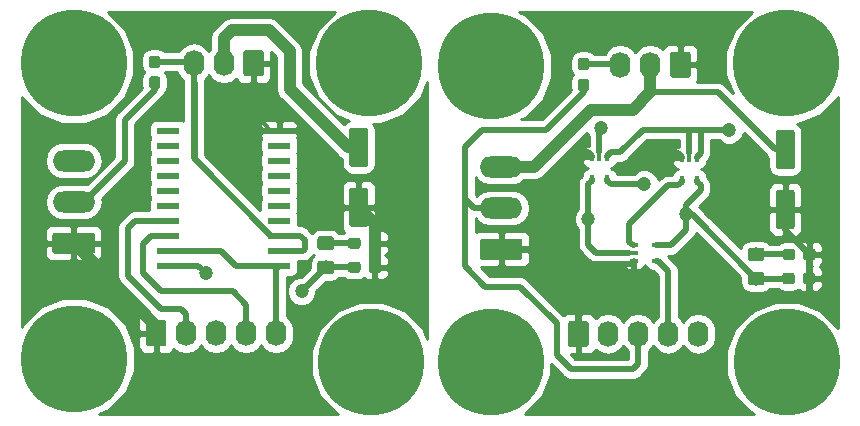
<source format=gtl>
G04 #@! TF.GenerationSoftware,KiCad,Pcbnew,5.0.2+dfsg1-1~bpo9+1*
G04 #@! TF.CreationDate,2019-11-03T17:14:50+01:00*
G04 #@! TF.ProjectId,HALF_DUPLEX_UART,48414c46-5f44-4555-904c-45585f554152,rev?*
G04 #@! TF.SameCoordinates,Original*
G04 #@! TF.FileFunction,Copper,L1,Top*
G04 #@! TF.FilePolarity,Positive*
%FSLAX46Y46*%
G04 Gerber Fmt 4.6, Leading zero omitted, Abs format (unit mm)*
G04 Created by KiCad (PCBNEW 5.0.2+dfsg1-1~bpo9+1) date dim. 03 nov. 2019 17:14:50 CET*
%MOMM*%
%LPD*%
G01*
G04 APERTURE LIST*
G04 #@! TA.AperFunction,SMDPad,CuDef*
%ADD10R,0.650000X0.400000*%
G04 #@! TD*
G04 #@! TA.AperFunction,SMDPad,CuDef*
%ADD11R,0.400000X0.650000*%
G04 #@! TD*
G04 #@! TA.AperFunction,Conductor*
%ADD12C,0.100000*%
G04 #@! TD*
G04 #@! TA.AperFunction,ComponentPad*
%ADD13C,1.740000*%
G04 #@! TD*
G04 #@! TA.AperFunction,ComponentPad*
%ADD14O,1.740000X2.200000*%
G04 #@! TD*
G04 #@! TA.AperFunction,ComponentPad*
%ADD15C,9.000000*%
G04 #@! TD*
G04 #@! TA.AperFunction,ComponentPad*
%ADD16O,3.600000X1.800000*%
G04 #@! TD*
G04 #@! TA.AperFunction,ComponentPad*
%ADD17C,1.800000*%
G04 #@! TD*
G04 #@! TA.AperFunction,SMDPad,CuDef*
%ADD18C,1.600000*%
G04 #@! TD*
G04 #@! TA.AperFunction,SMDPad,CuDef*
%ADD19C,0.950000*%
G04 #@! TD*
G04 #@! TA.AperFunction,SMDPad,CuDef*
%ADD20C,1.150000*%
G04 #@! TD*
G04 #@! TA.AperFunction,SMDPad,CuDef*
%ADD21R,1.950000X0.600000*%
G04 #@! TD*
G04 #@! TA.AperFunction,ViaPad*
%ADD22C,1.200000*%
G04 #@! TD*
G04 #@! TA.AperFunction,Conductor*
%ADD23C,0.500000*%
G04 #@! TD*
G04 #@! TA.AperFunction,Conductor*
%ADD24C,1.000000*%
G04 #@! TD*
G04 #@! TA.AperFunction,Conductor*
%ADD25C,0.300000*%
G04 #@! TD*
G04 #@! TA.AperFunction,Conductor*
%ADD26C,0.254000*%
G04 #@! TD*
G04 APERTURE END LIST*
D10*
G04 #@! TO.P,U103,5*
G04 #@! TO.N,VCC*
X167447000Y-110665500D03*
G04 #@! TO.P,U103,4*
G04 #@! TO.N,/RX126*
X167447000Y-111965500D03*
G04 #@! TO.P,U103,2*
G04 #@! TO.N,Net-(J106-Pad3)*
X165547000Y-111315500D03*
G04 #@! TO.P,U103,3*
G04 #@! TO.N,GND*
X165547000Y-111965500D03*
G04 #@! TO.P,U103,1*
G04 #@! TO.N,Net-(U102-Pad4)*
X165547000Y-110665500D03*
G04 #@! TD*
D11*
G04 #@! TO.P,U102,5*
G04 #@! TO.N,VCC*
X170896000Y-105170000D03*
G04 #@! TO.P,U102,4*
G04 #@! TO.N,Net-(U102-Pad4)*
X169596000Y-105170000D03*
G04 #@! TO.P,U102,2*
G04 #@! TO.N,/DIR126*
X170246000Y-103270000D03*
G04 #@! TO.P,U102,3*
G04 #@! TO.N,GND*
X169596000Y-103270000D03*
G04 #@! TO.P,U102,1*
G04 #@! TO.N,/DIR126*
X170896000Y-103270000D03*
G04 #@! TD*
G04 #@! TO.P,U104,5*
G04 #@! TO.N,VCC*
X163273500Y-105090000D03*
G04 #@! TO.P,U104,4*
G04 #@! TO.N,Net-(J106-Pad3)*
X161973500Y-105090000D03*
G04 #@! TO.P,U104,2*
G04 #@! TO.N,/TX126*
X162623500Y-103190000D03*
G04 #@! TO.P,U104,3*
G04 #@! TO.N,GND*
X161973500Y-103190000D03*
G04 #@! TO.P,U104,1*
G04 #@! TO.N,/DIR126*
X163273500Y-103190000D03*
G04 #@! TD*
D12*
G04 #@! TO.N,GND*
G04 #@! TO.C,J106*
G36*
X170126005Y-94278204D02*
X170150273Y-94281804D01*
X170174072Y-94287765D01*
X170197171Y-94296030D01*
X170219350Y-94306520D01*
X170240393Y-94319132D01*
X170260099Y-94333747D01*
X170278277Y-94350223D01*
X170294753Y-94368401D01*
X170309368Y-94388107D01*
X170321980Y-94409150D01*
X170332470Y-94431329D01*
X170340735Y-94454428D01*
X170346696Y-94478227D01*
X170350296Y-94502495D01*
X170351500Y-94526999D01*
X170351500Y-96227001D01*
X170350296Y-96251505D01*
X170346696Y-96275773D01*
X170340735Y-96299572D01*
X170332470Y-96322671D01*
X170321980Y-96344850D01*
X170309368Y-96365893D01*
X170294753Y-96385599D01*
X170278277Y-96403777D01*
X170260099Y-96420253D01*
X170240393Y-96434868D01*
X170219350Y-96447480D01*
X170197171Y-96457970D01*
X170174072Y-96466235D01*
X170150273Y-96472196D01*
X170126005Y-96475796D01*
X170101501Y-96477000D01*
X168861499Y-96477000D01*
X168836995Y-96475796D01*
X168812727Y-96472196D01*
X168788928Y-96466235D01*
X168765829Y-96457970D01*
X168743650Y-96447480D01*
X168722607Y-96434868D01*
X168702901Y-96420253D01*
X168684723Y-96403777D01*
X168668247Y-96385599D01*
X168653632Y-96365893D01*
X168641020Y-96344850D01*
X168630530Y-96322671D01*
X168622265Y-96299572D01*
X168616304Y-96275773D01*
X168612704Y-96251505D01*
X168611500Y-96227001D01*
X168611500Y-94526999D01*
X168612704Y-94502495D01*
X168616304Y-94478227D01*
X168622265Y-94454428D01*
X168630530Y-94431329D01*
X168641020Y-94409150D01*
X168653632Y-94388107D01*
X168668247Y-94368401D01*
X168684723Y-94350223D01*
X168702901Y-94333747D01*
X168722607Y-94319132D01*
X168743650Y-94306520D01*
X168765829Y-94296030D01*
X168788928Y-94287765D01*
X168812727Y-94281804D01*
X168836995Y-94278204D01*
X168861499Y-94277000D01*
X170101501Y-94277000D01*
X170126005Y-94278204D01*
X170126005Y-94278204D01*
G37*
D13*
G04 #@! TD*
G04 #@! TO.P,J106,1*
G04 #@! TO.N,GND*
X169481500Y-95377000D03*
D14*
G04 #@! TO.P,J106,2*
G04 #@! TO.N,VDD*
X166941500Y-95377000D03*
G04 #@! TO.P,J106,3*
G04 #@! TO.N,Net-(J106-Pad3)*
X164401500Y-95377000D03*
G04 #@! TD*
D15*
G04 #@! TO.P,REF\002A\002A,1*
G04 #@! TO.N,N/C*
X178498500Y-120586500D03*
G04 #@! TD*
G04 #@! TO.P,REF\002A\002A,1*
G04 #@! TO.N,N/C*
X153416000Y-120586500D03*
G04 #@! TD*
G04 #@! TO.P,REF\002A\002A,1*
G04 #@! TO.N,N/C*
X178435000Y-95250000D03*
G04 #@! TD*
G04 #@! TO.P,REF\002A\002A,1*
G04 #@! TO.N,N/C*
X153479500Y-95504000D03*
G04 #@! TD*
G04 #@! TO.P,REF\002A\002A,1*
G04 #@! TO.N,N/C*
X143319500Y-120586500D03*
G04 #@! TD*
G04 #@! TO.P,REF\002A\002A,1*
G04 #@! TO.N,N/C*
X118173500Y-120269000D03*
G04 #@! TD*
G04 #@! TO.P,REF\002A\002A,1*
G04 #@! TO.N,N/C*
X143129000Y-95250000D03*
G04 #@! TD*
D16*
G04 #@! TO.P,J104,3*
G04 #@! TO.N,VDD*
X154305000Y-103998000D03*
G04 #@! TO.P,J104,2*
G04 #@! TO.N,VCC*
X154305000Y-107498000D03*
D12*
G04 #@! TD*
G04 #@! TO.N,GND*
G04 #@! TO.C,J104*
G36*
X155879504Y-110099204D02*
X155903773Y-110102804D01*
X155927571Y-110108765D01*
X155950671Y-110117030D01*
X155972849Y-110127520D01*
X155993893Y-110140133D01*
X156013598Y-110154747D01*
X156031777Y-110171223D01*
X156048253Y-110189402D01*
X156062867Y-110209107D01*
X156075480Y-110230151D01*
X156085970Y-110252329D01*
X156094235Y-110275429D01*
X156100196Y-110299227D01*
X156103796Y-110323496D01*
X156105000Y-110348000D01*
X156105000Y-111648000D01*
X156103796Y-111672504D01*
X156100196Y-111696773D01*
X156094235Y-111720571D01*
X156085970Y-111743671D01*
X156075480Y-111765849D01*
X156062867Y-111786893D01*
X156048253Y-111806598D01*
X156031777Y-111824777D01*
X156013598Y-111841253D01*
X155993893Y-111855867D01*
X155972849Y-111868480D01*
X155950671Y-111878970D01*
X155927571Y-111887235D01*
X155903773Y-111893196D01*
X155879504Y-111896796D01*
X155855000Y-111898000D01*
X152755000Y-111898000D01*
X152730496Y-111896796D01*
X152706227Y-111893196D01*
X152682429Y-111887235D01*
X152659329Y-111878970D01*
X152637151Y-111868480D01*
X152616107Y-111855867D01*
X152596402Y-111841253D01*
X152578223Y-111824777D01*
X152561747Y-111806598D01*
X152547133Y-111786893D01*
X152534520Y-111765849D01*
X152524030Y-111743671D01*
X152515765Y-111720571D01*
X152509804Y-111696773D01*
X152506204Y-111672504D01*
X152505000Y-111648000D01*
X152505000Y-110348000D01*
X152506204Y-110323496D01*
X152509804Y-110299227D01*
X152515765Y-110275429D01*
X152524030Y-110252329D01*
X152534520Y-110230151D01*
X152547133Y-110209107D01*
X152561747Y-110189402D01*
X152578223Y-110171223D01*
X152596402Y-110154747D01*
X152616107Y-110140133D01*
X152637151Y-110127520D01*
X152659329Y-110117030D01*
X152682429Y-110108765D01*
X152706227Y-110102804D01*
X152730496Y-110099204D01*
X152755000Y-110098000D01*
X155855000Y-110098000D01*
X155879504Y-110099204D01*
X155879504Y-110099204D01*
G37*
D17*
G04 #@! TO.P,J104,1*
G04 #@! TO.N,GND*
X154305000Y-110998000D03*
G04 #@! TD*
D16*
G04 #@! TO.P,J101,3*
G04 #@! TO.N,+12V*
X118110000Y-103490000D03*
G04 #@! TO.P,J101,2*
G04 #@! TO.N,+5VA*
X118110000Y-106990000D03*
D12*
G04 #@! TD*
G04 #@! TO.N,GNDA*
G04 #@! TO.C,J101*
G36*
X119684504Y-109591204D02*
X119708773Y-109594804D01*
X119732571Y-109600765D01*
X119755671Y-109609030D01*
X119777849Y-109619520D01*
X119798893Y-109632133D01*
X119818598Y-109646747D01*
X119836777Y-109663223D01*
X119853253Y-109681402D01*
X119867867Y-109701107D01*
X119880480Y-109722151D01*
X119890970Y-109744329D01*
X119899235Y-109767429D01*
X119905196Y-109791227D01*
X119908796Y-109815496D01*
X119910000Y-109840000D01*
X119910000Y-111140000D01*
X119908796Y-111164504D01*
X119905196Y-111188773D01*
X119899235Y-111212571D01*
X119890970Y-111235671D01*
X119880480Y-111257849D01*
X119867867Y-111278893D01*
X119853253Y-111298598D01*
X119836777Y-111316777D01*
X119818598Y-111333253D01*
X119798893Y-111347867D01*
X119777849Y-111360480D01*
X119755671Y-111370970D01*
X119732571Y-111379235D01*
X119708773Y-111385196D01*
X119684504Y-111388796D01*
X119660000Y-111390000D01*
X116560000Y-111390000D01*
X116535496Y-111388796D01*
X116511227Y-111385196D01*
X116487429Y-111379235D01*
X116464329Y-111370970D01*
X116442151Y-111360480D01*
X116421107Y-111347867D01*
X116401402Y-111333253D01*
X116383223Y-111316777D01*
X116366747Y-111298598D01*
X116352133Y-111278893D01*
X116339520Y-111257849D01*
X116329030Y-111235671D01*
X116320765Y-111212571D01*
X116314804Y-111188773D01*
X116311204Y-111164504D01*
X116310000Y-111140000D01*
X116310000Y-109840000D01*
X116311204Y-109815496D01*
X116314804Y-109791227D01*
X116320765Y-109767429D01*
X116329030Y-109744329D01*
X116339520Y-109722151D01*
X116352133Y-109701107D01*
X116366747Y-109681402D01*
X116383223Y-109663223D01*
X116401402Y-109646747D01*
X116421107Y-109632133D01*
X116442151Y-109619520D01*
X116464329Y-109609030D01*
X116487429Y-109600765D01*
X116511227Y-109594804D01*
X116535496Y-109591204D01*
X116560000Y-109590000D01*
X119660000Y-109590000D01*
X119684504Y-109591204D01*
X119684504Y-109591204D01*
G37*
D17*
G04 #@! TO.P,J101,1*
G04 #@! TO.N,GNDA*
X118110000Y-110490000D03*
G04 #@! TD*
D12*
G04 #@! TO.N,GNDA*
G04 #@! TO.C,C101*
G36*
X142814504Y-105778204D02*
X142838773Y-105781804D01*
X142862571Y-105787765D01*
X142885671Y-105796030D01*
X142907849Y-105806520D01*
X142928893Y-105819133D01*
X142948598Y-105833747D01*
X142966777Y-105850223D01*
X142983253Y-105868402D01*
X142997867Y-105888107D01*
X143010480Y-105909151D01*
X143020970Y-105931329D01*
X143029235Y-105954429D01*
X143035196Y-105978227D01*
X143038796Y-106002496D01*
X143040000Y-106027000D01*
X143040000Y-108852000D01*
X143038796Y-108876504D01*
X143035196Y-108900773D01*
X143029235Y-108924571D01*
X143020970Y-108947671D01*
X143010480Y-108969849D01*
X142997867Y-108990893D01*
X142983253Y-109010598D01*
X142966777Y-109028777D01*
X142948598Y-109045253D01*
X142928893Y-109059867D01*
X142907849Y-109072480D01*
X142885671Y-109082970D01*
X142862571Y-109091235D01*
X142838773Y-109097196D01*
X142814504Y-109100796D01*
X142790000Y-109102000D01*
X141690000Y-109102000D01*
X141665496Y-109100796D01*
X141641227Y-109097196D01*
X141617429Y-109091235D01*
X141594329Y-109082970D01*
X141572151Y-109072480D01*
X141551107Y-109059867D01*
X141531402Y-109045253D01*
X141513223Y-109028777D01*
X141496747Y-109010598D01*
X141482133Y-108990893D01*
X141469520Y-108969849D01*
X141459030Y-108947671D01*
X141450765Y-108924571D01*
X141444804Y-108900773D01*
X141441204Y-108876504D01*
X141440000Y-108852000D01*
X141440000Y-106027000D01*
X141441204Y-106002496D01*
X141444804Y-105978227D01*
X141450765Y-105954429D01*
X141459030Y-105931329D01*
X141469520Y-105909151D01*
X141482133Y-105888107D01*
X141496747Y-105868402D01*
X141513223Y-105850223D01*
X141531402Y-105833747D01*
X141551107Y-105819133D01*
X141572151Y-105806520D01*
X141594329Y-105796030D01*
X141617429Y-105787765D01*
X141641227Y-105781804D01*
X141665496Y-105778204D01*
X141690000Y-105777000D01*
X142790000Y-105777000D01*
X142814504Y-105778204D01*
X142814504Y-105778204D01*
G37*
D18*
G04 #@! TD*
G04 #@! TO.P,C101,2*
G04 #@! TO.N,GNDA*
X142240000Y-107439500D03*
D12*
G04 #@! TO.N,+12V*
G04 #@! TO.C,C101*
G36*
X142814504Y-100703204D02*
X142838773Y-100706804D01*
X142862571Y-100712765D01*
X142885671Y-100721030D01*
X142907849Y-100731520D01*
X142928893Y-100744133D01*
X142948598Y-100758747D01*
X142966777Y-100775223D01*
X142983253Y-100793402D01*
X142997867Y-100813107D01*
X143010480Y-100834151D01*
X143020970Y-100856329D01*
X143029235Y-100879429D01*
X143035196Y-100903227D01*
X143038796Y-100927496D01*
X143040000Y-100952000D01*
X143040000Y-103777000D01*
X143038796Y-103801504D01*
X143035196Y-103825773D01*
X143029235Y-103849571D01*
X143020970Y-103872671D01*
X143010480Y-103894849D01*
X142997867Y-103915893D01*
X142983253Y-103935598D01*
X142966777Y-103953777D01*
X142948598Y-103970253D01*
X142928893Y-103984867D01*
X142907849Y-103997480D01*
X142885671Y-104007970D01*
X142862571Y-104016235D01*
X142838773Y-104022196D01*
X142814504Y-104025796D01*
X142790000Y-104027000D01*
X141690000Y-104027000D01*
X141665496Y-104025796D01*
X141641227Y-104022196D01*
X141617429Y-104016235D01*
X141594329Y-104007970D01*
X141572151Y-103997480D01*
X141551107Y-103984867D01*
X141531402Y-103970253D01*
X141513223Y-103953777D01*
X141496747Y-103935598D01*
X141482133Y-103915893D01*
X141469520Y-103894849D01*
X141459030Y-103872671D01*
X141450765Y-103849571D01*
X141444804Y-103825773D01*
X141441204Y-103801504D01*
X141440000Y-103777000D01*
X141440000Y-100952000D01*
X141441204Y-100927496D01*
X141444804Y-100903227D01*
X141450765Y-100879429D01*
X141459030Y-100856329D01*
X141469520Y-100834151D01*
X141482133Y-100813107D01*
X141496747Y-100793402D01*
X141513223Y-100775223D01*
X141531402Y-100758747D01*
X141551107Y-100744133D01*
X141572151Y-100731520D01*
X141594329Y-100721030D01*
X141617429Y-100712765D01*
X141641227Y-100706804D01*
X141665496Y-100703204D01*
X141690000Y-100702000D01*
X142790000Y-100702000D01*
X142814504Y-100703204D01*
X142814504Y-100703204D01*
G37*
D18*
G04 #@! TD*
G04 #@! TO.P,C101,1*
G04 #@! TO.N,+12V*
X142240000Y-102364500D03*
D12*
G04 #@! TO.N,GNDA*
G04 #@! TO.C,C102*
G36*
X143933779Y-112048144D02*
X143956834Y-112051563D01*
X143979443Y-112057227D01*
X144001387Y-112065079D01*
X144022457Y-112075044D01*
X144042448Y-112087026D01*
X144061168Y-112100910D01*
X144078438Y-112116562D01*
X144094090Y-112133832D01*
X144107974Y-112152552D01*
X144119956Y-112172543D01*
X144129921Y-112193613D01*
X144137773Y-112215557D01*
X144143437Y-112238166D01*
X144146856Y-112261221D01*
X144148000Y-112284500D01*
X144148000Y-112759500D01*
X144146856Y-112782779D01*
X144143437Y-112805834D01*
X144137773Y-112828443D01*
X144129921Y-112850387D01*
X144119956Y-112871457D01*
X144107974Y-112891448D01*
X144094090Y-112910168D01*
X144078438Y-112927438D01*
X144061168Y-112943090D01*
X144042448Y-112956974D01*
X144022457Y-112968956D01*
X144001387Y-112978921D01*
X143979443Y-112986773D01*
X143956834Y-112992437D01*
X143933779Y-112995856D01*
X143910500Y-112997000D01*
X143335500Y-112997000D01*
X143312221Y-112995856D01*
X143289166Y-112992437D01*
X143266557Y-112986773D01*
X143244613Y-112978921D01*
X143223543Y-112968956D01*
X143203552Y-112956974D01*
X143184832Y-112943090D01*
X143167562Y-112927438D01*
X143151910Y-112910168D01*
X143138026Y-112891448D01*
X143126044Y-112871457D01*
X143116079Y-112850387D01*
X143108227Y-112828443D01*
X143102563Y-112805834D01*
X143099144Y-112782779D01*
X143098000Y-112759500D01*
X143098000Y-112284500D01*
X143099144Y-112261221D01*
X143102563Y-112238166D01*
X143108227Y-112215557D01*
X143116079Y-112193613D01*
X143126044Y-112172543D01*
X143138026Y-112152552D01*
X143151910Y-112133832D01*
X143167562Y-112116562D01*
X143184832Y-112100910D01*
X143203552Y-112087026D01*
X143223543Y-112075044D01*
X143244613Y-112065079D01*
X143266557Y-112057227D01*
X143289166Y-112051563D01*
X143312221Y-112048144D01*
X143335500Y-112047000D01*
X143910500Y-112047000D01*
X143933779Y-112048144D01*
X143933779Y-112048144D01*
G37*
D19*
G04 #@! TD*
G04 #@! TO.P,C102,2*
G04 #@! TO.N,GNDA*
X143623000Y-112522000D03*
D12*
G04 #@! TO.N,+5VA*
G04 #@! TO.C,C102*
G36*
X142183779Y-112048144D02*
X142206834Y-112051563D01*
X142229443Y-112057227D01*
X142251387Y-112065079D01*
X142272457Y-112075044D01*
X142292448Y-112087026D01*
X142311168Y-112100910D01*
X142328438Y-112116562D01*
X142344090Y-112133832D01*
X142357974Y-112152552D01*
X142369956Y-112172543D01*
X142379921Y-112193613D01*
X142387773Y-112215557D01*
X142393437Y-112238166D01*
X142396856Y-112261221D01*
X142398000Y-112284500D01*
X142398000Y-112759500D01*
X142396856Y-112782779D01*
X142393437Y-112805834D01*
X142387773Y-112828443D01*
X142379921Y-112850387D01*
X142369956Y-112871457D01*
X142357974Y-112891448D01*
X142344090Y-112910168D01*
X142328438Y-112927438D01*
X142311168Y-112943090D01*
X142292448Y-112956974D01*
X142272457Y-112968956D01*
X142251387Y-112978921D01*
X142229443Y-112986773D01*
X142206834Y-112992437D01*
X142183779Y-112995856D01*
X142160500Y-112997000D01*
X141585500Y-112997000D01*
X141562221Y-112995856D01*
X141539166Y-112992437D01*
X141516557Y-112986773D01*
X141494613Y-112978921D01*
X141473543Y-112968956D01*
X141453552Y-112956974D01*
X141434832Y-112943090D01*
X141417562Y-112927438D01*
X141401910Y-112910168D01*
X141388026Y-112891448D01*
X141376044Y-112871457D01*
X141366079Y-112850387D01*
X141358227Y-112828443D01*
X141352563Y-112805834D01*
X141349144Y-112782779D01*
X141348000Y-112759500D01*
X141348000Y-112284500D01*
X141349144Y-112261221D01*
X141352563Y-112238166D01*
X141358227Y-112215557D01*
X141366079Y-112193613D01*
X141376044Y-112172543D01*
X141388026Y-112152552D01*
X141401910Y-112133832D01*
X141417562Y-112116562D01*
X141434832Y-112100910D01*
X141453552Y-112087026D01*
X141473543Y-112075044D01*
X141494613Y-112065079D01*
X141516557Y-112057227D01*
X141539166Y-112051563D01*
X141562221Y-112048144D01*
X141585500Y-112047000D01*
X142160500Y-112047000D01*
X142183779Y-112048144D01*
X142183779Y-112048144D01*
G37*
D19*
G04 #@! TD*
G04 #@! TO.P,C102,1*
G04 #@! TO.N,+5VA*
X141873000Y-112522000D03*
D12*
G04 #@! TO.N,VDD*
G04 #@! TO.C,C103*
G36*
X178946004Y-100893704D02*
X178970273Y-100897304D01*
X178994071Y-100903265D01*
X179017171Y-100911530D01*
X179039349Y-100922020D01*
X179060393Y-100934633D01*
X179080098Y-100949247D01*
X179098277Y-100965723D01*
X179114753Y-100983902D01*
X179129367Y-101003607D01*
X179141980Y-101024651D01*
X179152470Y-101046829D01*
X179160735Y-101069929D01*
X179166696Y-101093727D01*
X179170296Y-101117996D01*
X179171500Y-101142500D01*
X179171500Y-103967500D01*
X179170296Y-103992004D01*
X179166696Y-104016273D01*
X179160735Y-104040071D01*
X179152470Y-104063171D01*
X179141980Y-104085349D01*
X179129367Y-104106393D01*
X179114753Y-104126098D01*
X179098277Y-104144277D01*
X179080098Y-104160753D01*
X179060393Y-104175367D01*
X179039349Y-104187980D01*
X179017171Y-104198470D01*
X178994071Y-104206735D01*
X178970273Y-104212696D01*
X178946004Y-104216296D01*
X178921500Y-104217500D01*
X177821500Y-104217500D01*
X177796996Y-104216296D01*
X177772727Y-104212696D01*
X177748929Y-104206735D01*
X177725829Y-104198470D01*
X177703651Y-104187980D01*
X177682607Y-104175367D01*
X177662902Y-104160753D01*
X177644723Y-104144277D01*
X177628247Y-104126098D01*
X177613633Y-104106393D01*
X177601020Y-104085349D01*
X177590530Y-104063171D01*
X177582265Y-104040071D01*
X177576304Y-104016273D01*
X177572704Y-103992004D01*
X177571500Y-103967500D01*
X177571500Y-101142500D01*
X177572704Y-101117996D01*
X177576304Y-101093727D01*
X177582265Y-101069929D01*
X177590530Y-101046829D01*
X177601020Y-101024651D01*
X177613633Y-101003607D01*
X177628247Y-100983902D01*
X177644723Y-100965723D01*
X177662902Y-100949247D01*
X177682607Y-100934633D01*
X177703651Y-100922020D01*
X177725829Y-100911530D01*
X177748929Y-100903265D01*
X177772727Y-100897304D01*
X177796996Y-100893704D01*
X177821500Y-100892500D01*
X178921500Y-100892500D01*
X178946004Y-100893704D01*
X178946004Y-100893704D01*
G37*
D18*
G04 #@! TD*
G04 #@! TO.P,C103,1*
G04 #@! TO.N,VDD*
X178371500Y-102555000D03*
D12*
G04 #@! TO.N,GND*
G04 #@! TO.C,C103*
G36*
X178946004Y-105968704D02*
X178970273Y-105972304D01*
X178994071Y-105978265D01*
X179017171Y-105986530D01*
X179039349Y-105997020D01*
X179060393Y-106009633D01*
X179080098Y-106024247D01*
X179098277Y-106040723D01*
X179114753Y-106058902D01*
X179129367Y-106078607D01*
X179141980Y-106099651D01*
X179152470Y-106121829D01*
X179160735Y-106144929D01*
X179166696Y-106168727D01*
X179170296Y-106192996D01*
X179171500Y-106217500D01*
X179171500Y-109042500D01*
X179170296Y-109067004D01*
X179166696Y-109091273D01*
X179160735Y-109115071D01*
X179152470Y-109138171D01*
X179141980Y-109160349D01*
X179129367Y-109181393D01*
X179114753Y-109201098D01*
X179098277Y-109219277D01*
X179080098Y-109235753D01*
X179060393Y-109250367D01*
X179039349Y-109262980D01*
X179017171Y-109273470D01*
X178994071Y-109281735D01*
X178970273Y-109287696D01*
X178946004Y-109291296D01*
X178921500Y-109292500D01*
X177821500Y-109292500D01*
X177796996Y-109291296D01*
X177772727Y-109287696D01*
X177748929Y-109281735D01*
X177725829Y-109273470D01*
X177703651Y-109262980D01*
X177682607Y-109250367D01*
X177662902Y-109235753D01*
X177644723Y-109219277D01*
X177628247Y-109201098D01*
X177613633Y-109181393D01*
X177601020Y-109160349D01*
X177590530Y-109138171D01*
X177582265Y-109115071D01*
X177576304Y-109091273D01*
X177572704Y-109067004D01*
X177571500Y-109042500D01*
X177571500Y-106217500D01*
X177572704Y-106192996D01*
X177576304Y-106168727D01*
X177582265Y-106144929D01*
X177590530Y-106121829D01*
X177601020Y-106099651D01*
X177613633Y-106078607D01*
X177628247Y-106058902D01*
X177644723Y-106040723D01*
X177662902Y-106024247D01*
X177682607Y-106009633D01*
X177703651Y-105997020D01*
X177725829Y-105986530D01*
X177748929Y-105978265D01*
X177772727Y-105972304D01*
X177796996Y-105968704D01*
X177821500Y-105967500D01*
X178921500Y-105967500D01*
X178946004Y-105968704D01*
X178946004Y-105968704D01*
G37*
D18*
G04 #@! TD*
G04 #@! TO.P,C103,2*
G04 #@! TO.N,GND*
X178371500Y-107630000D03*
D12*
G04 #@! TO.N,VCC*
G04 #@! TO.C,C104*
G36*
X178950279Y-113000644D02*
X178973334Y-113004063D01*
X178995943Y-113009727D01*
X179017887Y-113017579D01*
X179038957Y-113027544D01*
X179058948Y-113039526D01*
X179077668Y-113053410D01*
X179094938Y-113069062D01*
X179110590Y-113086332D01*
X179124474Y-113105052D01*
X179136456Y-113125043D01*
X179146421Y-113146113D01*
X179154273Y-113168057D01*
X179159937Y-113190666D01*
X179163356Y-113213721D01*
X179164500Y-113237000D01*
X179164500Y-113712000D01*
X179163356Y-113735279D01*
X179159937Y-113758334D01*
X179154273Y-113780943D01*
X179146421Y-113802887D01*
X179136456Y-113823957D01*
X179124474Y-113843948D01*
X179110590Y-113862668D01*
X179094938Y-113879938D01*
X179077668Y-113895590D01*
X179058948Y-113909474D01*
X179038957Y-113921456D01*
X179017887Y-113931421D01*
X178995943Y-113939273D01*
X178973334Y-113944937D01*
X178950279Y-113948356D01*
X178927000Y-113949500D01*
X178352000Y-113949500D01*
X178328721Y-113948356D01*
X178305666Y-113944937D01*
X178283057Y-113939273D01*
X178261113Y-113931421D01*
X178240043Y-113921456D01*
X178220052Y-113909474D01*
X178201332Y-113895590D01*
X178184062Y-113879938D01*
X178168410Y-113862668D01*
X178154526Y-113843948D01*
X178142544Y-113823957D01*
X178132579Y-113802887D01*
X178124727Y-113780943D01*
X178119063Y-113758334D01*
X178115644Y-113735279D01*
X178114500Y-113712000D01*
X178114500Y-113237000D01*
X178115644Y-113213721D01*
X178119063Y-113190666D01*
X178124727Y-113168057D01*
X178132579Y-113146113D01*
X178142544Y-113125043D01*
X178154526Y-113105052D01*
X178168410Y-113086332D01*
X178184062Y-113069062D01*
X178201332Y-113053410D01*
X178220052Y-113039526D01*
X178240043Y-113027544D01*
X178261113Y-113017579D01*
X178283057Y-113009727D01*
X178305666Y-113004063D01*
X178328721Y-113000644D01*
X178352000Y-112999500D01*
X178927000Y-112999500D01*
X178950279Y-113000644D01*
X178950279Y-113000644D01*
G37*
D19*
G04 #@! TD*
G04 #@! TO.P,C104,1*
G04 #@! TO.N,VCC*
X178639500Y-113474500D03*
D12*
G04 #@! TO.N,GND*
G04 #@! TO.C,C104*
G36*
X180700279Y-113000644D02*
X180723334Y-113004063D01*
X180745943Y-113009727D01*
X180767887Y-113017579D01*
X180788957Y-113027544D01*
X180808948Y-113039526D01*
X180827668Y-113053410D01*
X180844938Y-113069062D01*
X180860590Y-113086332D01*
X180874474Y-113105052D01*
X180886456Y-113125043D01*
X180896421Y-113146113D01*
X180904273Y-113168057D01*
X180909937Y-113190666D01*
X180913356Y-113213721D01*
X180914500Y-113237000D01*
X180914500Y-113712000D01*
X180913356Y-113735279D01*
X180909937Y-113758334D01*
X180904273Y-113780943D01*
X180896421Y-113802887D01*
X180886456Y-113823957D01*
X180874474Y-113843948D01*
X180860590Y-113862668D01*
X180844938Y-113879938D01*
X180827668Y-113895590D01*
X180808948Y-113909474D01*
X180788957Y-113921456D01*
X180767887Y-113931421D01*
X180745943Y-113939273D01*
X180723334Y-113944937D01*
X180700279Y-113948356D01*
X180677000Y-113949500D01*
X180102000Y-113949500D01*
X180078721Y-113948356D01*
X180055666Y-113944937D01*
X180033057Y-113939273D01*
X180011113Y-113931421D01*
X179990043Y-113921456D01*
X179970052Y-113909474D01*
X179951332Y-113895590D01*
X179934062Y-113879938D01*
X179918410Y-113862668D01*
X179904526Y-113843948D01*
X179892544Y-113823957D01*
X179882579Y-113802887D01*
X179874727Y-113780943D01*
X179869063Y-113758334D01*
X179865644Y-113735279D01*
X179864500Y-113712000D01*
X179864500Y-113237000D01*
X179865644Y-113213721D01*
X179869063Y-113190666D01*
X179874727Y-113168057D01*
X179882579Y-113146113D01*
X179892544Y-113125043D01*
X179904526Y-113105052D01*
X179918410Y-113086332D01*
X179934062Y-113069062D01*
X179951332Y-113053410D01*
X179970052Y-113039526D01*
X179990043Y-113027544D01*
X180011113Y-113017579D01*
X180033057Y-113009727D01*
X180055666Y-113004063D01*
X180078721Y-113000644D01*
X180102000Y-112999500D01*
X180677000Y-112999500D01*
X180700279Y-113000644D01*
X180700279Y-113000644D01*
G37*
D19*
G04 #@! TD*
G04 #@! TO.P,C104,2*
G04 #@! TO.N,GND*
X180389500Y-113474500D03*
D12*
G04 #@! TO.N,Net-(D101-Pad1)*
G04 #@! TO.C,D101*
G36*
X139920505Y-109907204D02*
X139944773Y-109910804D01*
X139968572Y-109916765D01*
X139991671Y-109925030D01*
X140013850Y-109935520D01*
X140034893Y-109948132D01*
X140054599Y-109962747D01*
X140072777Y-109979223D01*
X140089253Y-109997401D01*
X140103868Y-110017107D01*
X140116480Y-110038150D01*
X140126970Y-110060329D01*
X140135235Y-110083428D01*
X140141196Y-110107227D01*
X140144796Y-110131495D01*
X140146000Y-110155999D01*
X140146000Y-110806001D01*
X140144796Y-110830505D01*
X140141196Y-110854773D01*
X140135235Y-110878572D01*
X140126970Y-110901671D01*
X140116480Y-110923850D01*
X140103868Y-110944893D01*
X140089253Y-110964599D01*
X140072777Y-110982777D01*
X140054599Y-110999253D01*
X140034893Y-111013868D01*
X140013850Y-111026480D01*
X139991671Y-111036970D01*
X139968572Y-111045235D01*
X139944773Y-111051196D01*
X139920505Y-111054796D01*
X139896001Y-111056000D01*
X138995999Y-111056000D01*
X138971495Y-111054796D01*
X138947227Y-111051196D01*
X138923428Y-111045235D01*
X138900329Y-111036970D01*
X138878150Y-111026480D01*
X138857107Y-111013868D01*
X138837401Y-110999253D01*
X138819223Y-110982777D01*
X138802747Y-110964599D01*
X138788132Y-110944893D01*
X138775520Y-110923850D01*
X138765030Y-110901671D01*
X138756765Y-110878572D01*
X138750804Y-110854773D01*
X138747204Y-110830505D01*
X138746000Y-110806001D01*
X138746000Y-110155999D01*
X138747204Y-110131495D01*
X138750804Y-110107227D01*
X138756765Y-110083428D01*
X138765030Y-110060329D01*
X138775520Y-110038150D01*
X138788132Y-110017107D01*
X138802747Y-109997401D01*
X138819223Y-109979223D01*
X138837401Y-109962747D01*
X138857107Y-109948132D01*
X138878150Y-109935520D01*
X138900329Y-109925030D01*
X138923428Y-109916765D01*
X138947227Y-109910804D01*
X138971495Y-109907204D01*
X138995999Y-109906000D01*
X139896001Y-109906000D01*
X139920505Y-109907204D01*
X139920505Y-109907204D01*
G37*
D20*
G04 #@! TD*
G04 #@! TO.P,D101,1*
G04 #@! TO.N,Net-(D101-Pad1)*
X139446000Y-110481000D03*
D12*
G04 #@! TO.N,+5VA*
G04 #@! TO.C,D101*
G36*
X139920505Y-111957204D02*
X139944773Y-111960804D01*
X139968572Y-111966765D01*
X139991671Y-111975030D01*
X140013850Y-111985520D01*
X140034893Y-111998132D01*
X140054599Y-112012747D01*
X140072777Y-112029223D01*
X140089253Y-112047401D01*
X140103868Y-112067107D01*
X140116480Y-112088150D01*
X140126970Y-112110329D01*
X140135235Y-112133428D01*
X140141196Y-112157227D01*
X140144796Y-112181495D01*
X140146000Y-112205999D01*
X140146000Y-112856001D01*
X140144796Y-112880505D01*
X140141196Y-112904773D01*
X140135235Y-112928572D01*
X140126970Y-112951671D01*
X140116480Y-112973850D01*
X140103868Y-112994893D01*
X140089253Y-113014599D01*
X140072777Y-113032777D01*
X140054599Y-113049253D01*
X140034893Y-113063868D01*
X140013850Y-113076480D01*
X139991671Y-113086970D01*
X139968572Y-113095235D01*
X139944773Y-113101196D01*
X139920505Y-113104796D01*
X139896001Y-113106000D01*
X138995999Y-113106000D01*
X138971495Y-113104796D01*
X138947227Y-113101196D01*
X138923428Y-113095235D01*
X138900329Y-113086970D01*
X138878150Y-113076480D01*
X138857107Y-113063868D01*
X138837401Y-113049253D01*
X138819223Y-113032777D01*
X138802747Y-113014599D01*
X138788132Y-112994893D01*
X138775520Y-112973850D01*
X138765030Y-112951671D01*
X138756765Y-112928572D01*
X138750804Y-112904773D01*
X138747204Y-112880505D01*
X138746000Y-112856001D01*
X138746000Y-112205999D01*
X138747204Y-112181495D01*
X138750804Y-112157227D01*
X138756765Y-112133428D01*
X138765030Y-112110329D01*
X138775520Y-112088150D01*
X138788132Y-112067107D01*
X138802747Y-112047401D01*
X138819223Y-112029223D01*
X138837401Y-112012747D01*
X138857107Y-111998132D01*
X138878150Y-111985520D01*
X138900329Y-111975030D01*
X138923428Y-111966765D01*
X138947227Y-111960804D01*
X138971495Y-111957204D01*
X138995999Y-111956000D01*
X139896001Y-111956000D01*
X139920505Y-111957204D01*
X139920505Y-111957204D01*
G37*
D20*
G04 #@! TD*
G04 #@! TO.P,D101,2*
G04 #@! TO.N,+5VA*
X139446000Y-112531000D03*
D12*
G04 #@! TO.N,VCC*
G04 #@! TO.C,D102*
G36*
X176369505Y-112909704D02*
X176393773Y-112913304D01*
X176417572Y-112919265D01*
X176440671Y-112927530D01*
X176462850Y-112938020D01*
X176483893Y-112950632D01*
X176503599Y-112965247D01*
X176521777Y-112981723D01*
X176538253Y-112999901D01*
X176552868Y-113019607D01*
X176565480Y-113040650D01*
X176575970Y-113062829D01*
X176584235Y-113085928D01*
X176590196Y-113109727D01*
X176593796Y-113133995D01*
X176595000Y-113158499D01*
X176595000Y-113808501D01*
X176593796Y-113833005D01*
X176590196Y-113857273D01*
X176584235Y-113881072D01*
X176575970Y-113904171D01*
X176565480Y-113926350D01*
X176552868Y-113947393D01*
X176538253Y-113967099D01*
X176521777Y-113985277D01*
X176503599Y-114001753D01*
X176483893Y-114016368D01*
X176462850Y-114028980D01*
X176440671Y-114039470D01*
X176417572Y-114047735D01*
X176393773Y-114053696D01*
X176369505Y-114057296D01*
X176345001Y-114058500D01*
X175444999Y-114058500D01*
X175420495Y-114057296D01*
X175396227Y-114053696D01*
X175372428Y-114047735D01*
X175349329Y-114039470D01*
X175327150Y-114028980D01*
X175306107Y-114016368D01*
X175286401Y-114001753D01*
X175268223Y-113985277D01*
X175251747Y-113967099D01*
X175237132Y-113947393D01*
X175224520Y-113926350D01*
X175214030Y-113904171D01*
X175205765Y-113881072D01*
X175199804Y-113857273D01*
X175196204Y-113833005D01*
X175195000Y-113808501D01*
X175195000Y-113158499D01*
X175196204Y-113133995D01*
X175199804Y-113109727D01*
X175205765Y-113085928D01*
X175214030Y-113062829D01*
X175224520Y-113040650D01*
X175237132Y-113019607D01*
X175251747Y-112999901D01*
X175268223Y-112981723D01*
X175286401Y-112965247D01*
X175306107Y-112950632D01*
X175327150Y-112938020D01*
X175349329Y-112927530D01*
X175372428Y-112919265D01*
X175396227Y-112913304D01*
X175420495Y-112909704D01*
X175444999Y-112908500D01*
X176345001Y-112908500D01*
X176369505Y-112909704D01*
X176369505Y-112909704D01*
G37*
D20*
G04 #@! TD*
G04 #@! TO.P,D102,2*
G04 #@! TO.N,VCC*
X175895000Y-113483500D03*
D12*
G04 #@! TO.N,Net-(D102-Pad1)*
G04 #@! TO.C,D102*
G36*
X176369505Y-110859704D02*
X176393773Y-110863304D01*
X176417572Y-110869265D01*
X176440671Y-110877530D01*
X176462850Y-110888020D01*
X176483893Y-110900632D01*
X176503599Y-110915247D01*
X176521777Y-110931723D01*
X176538253Y-110949901D01*
X176552868Y-110969607D01*
X176565480Y-110990650D01*
X176575970Y-111012829D01*
X176584235Y-111035928D01*
X176590196Y-111059727D01*
X176593796Y-111083995D01*
X176595000Y-111108499D01*
X176595000Y-111758501D01*
X176593796Y-111783005D01*
X176590196Y-111807273D01*
X176584235Y-111831072D01*
X176575970Y-111854171D01*
X176565480Y-111876350D01*
X176552868Y-111897393D01*
X176538253Y-111917099D01*
X176521777Y-111935277D01*
X176503599Y-111951753D01*
X176483893Y-111966368D01*
X176462850Y-111978980D01*
X176440671Y-111989470D01*
X176417572Y-111997735D01*
X176393773Y-112003696D01*
X176369505Y-112007296D01*
X176345001Y-112008500D01*
X175444999Y-112008500D01*
X175420495Y-112007296D01*
X175396227Y-112003696D01*
X175372428Y-111997735D01*
X175349329Y-111989470D01*
X175327150Y-111978980D01*
X175306107Y-111966368D01*
X175286401Y-111951753D01*
X175268223Y-111935277D01*
X175251747Y-111917099D01*
X175237132Y-111897393D01*
X175224520Y-111876350D01*
X175214030Y-111854171D01*
X175205765Y-111831072D01*
X175199804Y-111807273D01*
X175196204Y-111783005D01*
X175195000Y-111758501D01*
X175195000Y-111108499D01*
X175196204Y-111083995D01*
X175199804Y-111059727D01*
X175205765Y-111035928D01*
X175214030Y-111012829D01*
X175224520Y-110990650D01*
X175237132Y-110969607D01*
X175251747Y-110949901D01*
X175268223Y-110931723D01*
X175286401Y-110915247D01*
X175306107Y-110900632D01*
X175327150Y-110888020D01*
X175349329Y-110877530D01*
X175372428Y-110869265D01*
X175396227Y-110863304D01*
X175420495Y-110859704D01*
X175444999Y-110858500D01*
X176345001Y-110858500D01*
X176369505Y-110859704D01*
X176369505Y-110859704D01*
G37*
D20*
G04 #@! TD*
G04 #@! TO.P,D102,1*
G04 #@! TO.N,Net-(D102-Pad1)*
X175895000Y-111433500D03*
D12*
G04 #@! TO.N,GNDA*
G04 #@! TO.C,J102*
G36*
X125739505Y-117011204D02*
X125763773Y-117014804D01*
X125787572Y-117020765D01*
X125810671Y-117029030D01*
X125832850Y-117039520D01*
X125853893Y-117052132D01*
X125873599Y-117066747D01*
X125891777Y-117083223D01*
X125908253Y-117101401D01*
X125922868Y-117121107D01*
X125935480Y-117142150D01*
X125945970Y-117164329D01*
X125954235Y-117187428D01*
X125960196Y-117211227D01*
X125963796Y-117235495D01*
X125965000Y-117259999D01*
X125965000Y-118960001D01*
X125963796Y-118984505D01*
X125960196Y-119008773D01*
X125954235Y-119032572D01*
X125945970Y-119055671D01*
X125935480Y-119077850D01*
X125922868Y-119098893D01*
X125908253Y-119118599D01*
X125891777Y-119136777D01*
X125873599Y-119153253D01*
X125853893Y-119167868D01*
X125832850Y-119180480D01*
X125810671Y-119190970D01*
X125787572Y-119199235D01*
X125763773Y-119205196D01*
X125739505Y-119208796D01*
X125715001Y-119210000D01*
X124474999Y-119210000D01*
X124450495Y-119208796D01*
X124426227Y-119205196D01*
X124402428Y-119199235D01*
X124379329Y-119190970D01*
X124357150Y-119180480D01*
X124336107Y-119167868D01*
X124316401Y-119153253D01*
X124298223Y-119136777D01*
X124281747Y-119118599D01*
X124267132Y-119098893D01*
X124254520Y-119077850D01*
X124244030Y-119055671D01*
X124235765Y-119032572D01*
X124229804Y-119008773D01*
X124226204Y-118984505D01*
X124225000Y-118960001D01*
X124225000Y-117259999D01*
X124226204Y-117235495D01*
X124229804Y-117211227D01*
X124235765Y-117187428D01*
X124244030Y-117164329D01*
X124254520Y-117142150D01*
X124267132Y-117121107D01*
X124281747Y-117101401D01*
X124298223Y-117083223D01*
X124316401Y-117066747D01*
X124336107Y-117052132D01*
X124357150Y-117039520D01*
X124379329Y-117029030D01*
X124402428Y-117020765D01*
X124426227Y-117014804D01*
X124450495Y-117011204D01*
X124474999Y-117010000D01*
X125715001Y-117010000D01*
X125739505Y-117011204D01*
X125739505Y-117011204D01*
G37*
D13*
G04 #@! TD*
G04 #@! TO.P,J102,1*
G04 #@! TO.N,GNDA*
X125095000Y-118110000D03*
D14*
G04 #@! TO.P,J102,2*
G04 #@! TO.N,/TX241*
X127635000Y-118110000D03*
G04 #@! TO.P,J102,3*
G04 #@! TO.N,+5VA*
X130175000Y-118110000D03*
G04 #@! TO.P,J102,4*
G04 #@! TO.N,/RX241*
X132715000Y-118110000D03*
G04 #@! TO.P,J102,5*
G04 #@! TO.N,/DIR241*
X135255000Y-118110000D03*
G04 #@! TD*
G04 #@! TO.P,J103,3*
G04 #@! TO.N,Net-(J103-Pad3)*
X128270000Y-95250000D03*
G04 #@! TO.P,J103,2*
G04 #@! TO.N,+12V*
X130810000Y-95250000D03*
D12*
G04 #@! TD*
G04 #@! TO.N,GNDA*
G04 #@! TO.C,J103*
G36*
X133994505Y-94151204D02*
X134018773Y-94154804D01*
X134042572Y-94160765D01*
X134065671Y-94169030D01*
X134087850Y-94179520D01*
X134108893Y-94192132D01*
X134128599Y-94206747D01*
X134146777Y-94223223D01*
X134163253Y-94241401D01*
X134177868Y-94261107D01*
X134190480Y-94282150D01*
X134200970Y-94304329D01*
X134209235Y-94327428D01*
X134215196Y-94351227D01*
X134218796Y-94375495D01*
X134220000Y-94399999D01*
X134220000Y-96100001D01*
X134218796Y-96124505D01*
X134215196Y-96148773D01*
X134209235Y-96172572D01*
X134200970Y-96195671D01*
X134190480Y-96217850D01*
X134177868Y-96238893D01*
X134163253Y-96258599D01*
X134146777Y-96276777D01*
X134128599Y-96293253D01*
X134108893Y-96307868D01*
X134087850Y-96320480D01*
X134065671Y-96330970D01*
X134042572Y-96339235D01*
X134018773Y-96345196D01*
X133994505Y-96348796D01*
X133970001Y-96350000D01*
X132729999Y-96350000D01*
X132705495Y-96348796D01*
X132681227Y-96345196D01*
X132657428Y-96339235D01*
X132634329Y-96330970D01*
X132612150Y-96320480D01*
X132591107Y-96307868D01*
X132571401Y-96293253D01*
X132553223Y-96276777D01*
X132536747Y-96258599D01*
X132522132Y-96238893D01*
X132509520Y-96217850D01*
X132499030Y-96195671D01*
X132490765Y-96172572D01*
X132484804Y-96148773D01*
X132481204Y-96124505D01*
X132480000Y-96100001D01*
X132480000Y-94399999D01*
X132481204Y-94375495D01*
X132484804Y-94351227D01*
X132490765Y-94327428D01*
X132499030Y-94304329D01*
X132509520Y-94282150D01*
X132522132Y-94261107D01*
X132536747Y-94241401D01*
X132553223Y-94223223D01*
X132571401Y-94206747D01*
X132591107Y-94192132D01*
X132612150Y-94179520D01*
X132634329Y-94169030D01*
X132657428Y-94160765D01*
X132681227Y-94154804D01*
X132705495Y-94151204D01*
X132729999Y-94150000D01*
X133970001Y-94150000D01*
X133994505Y-94151204D01*
X133994505Y-94151204D01*
G37*
D13*
G04 #@! TO.P,J103,1*
G04 #@! TO.N,GNDA*
X133350000Y-95250000D03*
G04 #@! TD*
D14*
G04 #@! TO.P,J105,5*
G04 #@! TO.N,/DIR126*
X171005500Y-118173500D03*
G04 #@! TO.P,J105,4*
G04 #@! TO.N,/RX126*
X168465500Y-118173500D03*
G04 #@! TO.P,J105,3*
G04 #@! TO.N,VCC*
X165925500Y-118173500D03*
G04 #@! TO.P,J105,2*
G04 #@! TO.N,/TX126*
X163385500Y-118173500D03*
D12*
G04 #@! TD*
G04 #@! TO.N,GND*
G04 #@! TO.C,J105*
G36*
X161490005Y-117074704D02*
X161514273Y-117078304D01*
X161538072Y-117084265D01*
X161561171Y-117092530D01*
X161583350Y-117103020D01*
X161604393Y-117115632D01*
X161624099Y-117130247D01*
X161642277Y-117146723D01*
X161658753Y-117164901D01*
X161673368Y-117184607D01*
X161685980Y-117205650D01*
X161696470Y-117227829D01*
X161704735Y-117250928D01*
X161710696Y-117274727D01*
X161714296Y-117298995D01*
X161715500Y-117323499D01*
X161715500Y-119023501D01*
X161714296Y-119048005D01*
X161710696Y-119072273D01*
X161704735Y-119096072D01*
X161696470Y-119119171D01*
X161685980Y-119141350D01*
X161673368Y-119162393D01*
X161658753Y-119182099D01*
X161642277Y-119200277D01*
X161624099Y-119216753D01*
X161604393Y-119231368D01*
X161583350Y-119243980D01*
X161561171Y-119254470D01*
X161538072Y-119262735D01*
X161514273Y-119268696D01*
X161490005Y-119272296D01*
X161465501Y-119273500D01*
X160225499Y-119273500D01*
X160200995Y-119272296D01*
X160176727Y-119268696D01*
X160152928Y-119262735D01*
X160129829Y-119254470D01*
X160107650Y-119243980D01*
X160086607Y-119231368D01*
X160066901Y-119216753D01*
X160048723Y-119200277D01*
X160032247Y-119182099D01*
X160017632Y-119162393D01*
X160005020Y-119141350D01*
X159994530Y-119119171D01*
X159986265Y-119096072D01*
X159980304Y-119072273D01*
X159976704Y-119048005D01*
X159975500Y-119023501D01*
X159975500Y-117323499D01*
X159976704Y-117298995D01*
X159980304Y-117274727D01*
X159986265Y-117250928D01*
X159994530Y-117227829D01*
X160005020Y-117205650D01*
X160017632Y-117184607D01*
X160032247Y-117164901D01*
X160048723Y-117146723D01*
X160066901Y-117130247D01*
X160086607Y-117115632D01*
X160107650Y-117103020D01*
X160129829Y-117092530D01*
X160152928Y-117084265D01*
X160176727Y-117078304D01*
X160200995Y-117074704D01*
X160225499Y-117073500D01*
X161465501Y-117073500D01*
X161490005Y-117074704D01*
X161490005Y-117074704D01*
G37*
D13*
G04 #@! TO.P,J105,1*
G04 #@! TO.N,GND*
X160845500Y-118173500D03*
G04 #@! TD*
D12*
G04 #@! TO.N,+5VA*
G04 #@! TO.C,R101*
G36*
X125228779Y-96363144D02*
X125251834Y-96366563D01*
X125274443Y-96372227D01*
X125296387Y-96380079D01*
X125317457Y-96390044D01*
X125337448Y-96402026D01*
X125356168Y-96415910D01*
X125373438Y-96431562D01*
X125389090Y-96448832D01*
X125402974Y-96467552D01*
X125414956Y-96487543D01*
X125424921Y-96508613D01*
X125432773Y-96530557D01*
X125438437Y-96553166D01*
X125441856Y-96576221D01*
X125443000Y-96599500D01*
X125443000Y-97174500D01*
X125441856Y-97197779D01*
X125438437Y-97220834D01*
X125432773Y-97243443D01*
X125424921Y-97265387D01*
X125414956Y-97286457D01*
X125402974Y-97306448D01*
X125389090Y-97325168D01*
X125373438Y-97342438D01*
X125356168Y-97358090D01*
X125337448Y-97371974D01*
X125317457Y-97383956D01*
X125296387Y-97393921D01*
X125274443Y-97401773D01*
X125251834Y-97407437D01*
X125228779Y-97410856D01*
X125205500Y-97412000D01*
X124730500Y-97412000D01*
X124707221Y-97410856D01*
X124684166Y-97407437D01*
X124661557Y-97401773D01*
X124639613Y-97393921D01*
X124618543Y-97383956D01*
X124598552Y-97371974D01*
X124579832Y-97358090D01*
X124562562Y-97342438D01*
X124546910Y-97325168D01*
X124533026Y-97306448D01*
X124521044Y-97286457D01*
X124511079Y-97265387D01*
X124503227Y-97243443D01*
X124497563Y-97220834D01*
X124494144Y-97197779D01*
X124493000Y-97174500D01*
X124493000Y-96599500D01*
X124494144Y-96576221D01*
X124497563Y-96553166D01*
X124503227Y-96530557D01*
X124511079Y-96508613D01*
X124521044Y-96487543D01*
X124533026Y-96467552D01*
X124546910Y-96448832D01*
X124562562Y-96431562D01*
X124579832Y-96415910D01*
X124598552Y-96402026D01*
X124618543Y-96390044D01*
X124639613Y-96380079D01*
X124661557Y-96372227D01*
X124684166Y-96366563D01*
X124707221Y-96363144D01*
X124730500Y-96362000D01*
X125205500Y-96362000D01*
X125228779Y-96363144D01*
X125228779Y-96363144D01*
G37*
D19*
G04 #@! TD*
G04 #@! TO.P,R101,1*
G04 #@! TO.N,+5VA*
X124968000Y-96887000D03*
D12*
G04 #@! TO.N,Net-(J103-Pad3)*
G04 #@! TO.C,R101*
G36*
X125228779Y-94613144D02*
X125251834Y-94616563D01*
X125274443Y-94622227D01*
X125296387Y-94630079D01*
X125317457Y-94640044D01*
X125337448Y-94652026D01*
X125356168Y-94665910D01*
X125373438Y-94681562D01*
X125389090Y-94698832D01*
X125402974Y-94717552D01*
X125414956Y-94737543D01*
X125424921Y-94758613D01*
X125432773Y-94780557D01*
X125438437Y-94803166D01*
X125441856Y-94826221D01*
X125443000Y-94849500D01*
X125443000Y-95424500D01*
X125441856Y-95447779D01*
X125438437Y-95470834D01*
X125432773Y-95493443D01*
X125424921Y-95515387D01*
X125414956Y-95536457D01*
X125402974Y-95556448D01*
X125389090Y-95575168D01*
X125373438Y-95592438D01*
X125356168Y-95608090D01*
X125337448Y-95621974D01*
X125317457Y-95633956D01*
X125296387Y-95643921D01*
X125274443Y-95651773D01*
X125251834Y-95657437D01*
X125228779Y-95660856D01*
X125205500Y-95662000D01*
X124730500Y-95662000D01*
X124707221Y-95660856D01*
X124684166Y-95657437D01*
X124661557Y-95651773D01*
X124639613Y-95643921D01*
X124618543Y-95633956D01*
X124598552Y-95621974D01*
X124579832Y-95608090D01*
X124562562Y-95592438D01*
X124546910Y-95575168D01*
X124533026Y-95556448D01*
X124521044Y-95536457D01*
X124511079Y-95515387D01*
X124503227Y-95493443D01*
X124497563Y-95470834D01*
X124494144Y-95447779D01*
X124493000Y-95424500D01*
X124493000Y-94849500D01*
X124494144Y-94826221D01*
X124497563Y-94803166D01*
X124503227Y-94780557D01*
X124511079Y-94758613D01*
X124521044Y-94737543D01*
X124533026Y-94717552D01*
X124546910Y-94698832D01*
X124562562Y-94681562D01*
X124579832Y-94665910D01*
X124598552Y-94652026D01*
X124618543Y-94640044D01*
X124639613Y-94630079D01*
X124661557Y-94622227D01*
X124684166Y-94616563D01*
X124707221Y-94613144D01*
X124730500Y-94612000D01*
X125205500Y-94612000D01*
X125228779Y-94613144D01*
X125228779Y-94613144D01*
G37*
D19*
G04 #@! TD*
G04 #@! TO.P,R101,2*
G04 #@! TO.N,Net-(J103-Pad3)*
X124968000Y-95137000D03*
D12*
G04 #@! TO.N,GNDA*
G04 #@! TO.C,R102*
G36*
X143933779Y-110016144D02*
X143956834Y-110019563D01*
X143979443Y-110025227D01*
X144001387Y-110033079D01*
X144022457Y-110043044D01*
X144042448Y-110055026D01*
X144061168Y-110068910D01*
X144078438Y-110084562D01*
X144094090Y-110101832D01*
X144107974Y-110120552D01*
X144119956Y-110140543D01*
X144129921Y-110161613D01*
X144137773Y-110183557D01*
X144143437Y-110206166D01*
X144146856Y-110229221D01*
X144148000Y-110252500D01*
X144148000Y-110727500D01*
X144146856Y-110750779D01*
X144143437Y-110773834D01*
X144137773Y-110796443D01*
X144129921Y-110818387D01*
X144119956Y-110839457D01*
X144107974Y-110859448D01*
X144094090Y-110878168D01*
X144078438Y-110895438D01*
X144061168Y-110911090D01*
X144042448Y-110924974D01*
X144022457Y-110936956D01*
X144001387Y-110946921D01*
X143979443Y-110954773D01*
X143956834Y-110960437D01*
X143933779Y-110963856D01*
X143910500Y-110965000D01*
X143335500Y-110965000D01*
X143312221Y-110963856D01*
X143289166Y-110960437D01*
X143266557Y-110954773D01*
X143244613Y-110946921D01*
X143223543Y-110936956D01*
X143203552Y-110924974D01*
X143184832Y-110911090D01*
X143167562Y-110895438D01*
X143151910Y-110878168D01*
X143138026Y-110859448D01*
X143126044Y-110839457D01*
X143116079Y-110818387D01*
X143108227Y-110796443D01*
X143102563Y-110773834D01*
X143099144Y-110750779D01*
X143098000Y-110727500D01*
X143098000Y-110252500D01*
X143099144Y-110229221D01*
X143102563Y-110206166D01*
X143108227Y-110183557D01*
X143116079Y-110161613D01*
X143126044Y-110140543D01*
X143138026Y-110120552D01*
X143151910Y-110101832D01*
X143167562Y-110084562D01*
X143184832Y-110068910D01*
X143203552Y-110055026D01*
X143223543Y-110043044D01*
X143244613Y-110033079D01*
X143266557Y-110025227D01*
X143289166Y-110019563D01*
X143312221Y-110016144D01*
X143335500Y-110015000D01*
X143910500Y-110015000D01*
X143933779Y-110016144D01*
X143933779Y-110016144D01*
G37*
D19*
G04 #@! TD*
G04 #@! TO.P,R102,2*
G04 #@! TO.N,GNDA*
X143623000Y-110490000D03*
D12*
G04 #@! TO.N,Net-(D101-Pad1)*
G04 #@! TO.C,R102*
G36*
X142183779Y-110016144D02*
X142206834Y-110019563D01*
X142229443Y-110025227D01*
X142251387Y-110033079D01*
X142272457Y-110043044D01*
X142292448Y-110055026D01*
X142311168Y-110068910D01*
X142328438Y-110084562D01*
X142344090Y-110101832D01*
X142357974Y-110120552D01*
X142369956Y-110140543D01*
X142379921Y-110161613D01*
X142387773Y-110183557D01*
X142393437Y-110206166D01*
X142396856Y-110229221D01*
X142398000Y-110252500D01*
X142398000Y-110727500D01*
X142396856Y-110750779D01*
X142393437Y-110773834D01*
X142387773Y-110796443D01*
X142379921Y-110818387D01*
X142369956Y-110839457D01*
X142357974Y-110859448D01*
X142344090Y-110878168D01*
X142328438Y-110895438D01*
X142311168Y-110911090D01*
X142292448Y-110924974D01*
X142272457Y-110936956D01*
X142251387Y-110946921D01*
X142229443Y-110954773D01*
X142206834Y-110960437D01*
X142183779Y-110963856D01*
X142160500Y-110965000D01*
X141585500Y-110965000D01*
X141562221Y-110963856D01*
X141539166Y-110960437D01*
X141516557Y-110954773D01*
X141494613Y-110946921D01*
X141473543Y-110936956D01*
X141453552Y-110924974D01*
X141434832Y-110911090D01*
X141417562Y-110895438D01*
X141401910Y-110878168D01*
X141388026Y-110859448D01*
X141376044Y-110839457D01*
X141366079Y-110818387D01*
X141358227Y-110796443D01*
X141352563Y-110773834D01*
X141349144Y-110750779D01*
X141348000Y-110727500D01*
X141348000Y-110252500D01*
X141349144Y-110229221D01*
X141352563Y-110206166D01*
X141358227Y-110183557D01*
X141366079Y-110161613D01*
X141376044Y-110140543D01*
X141388026Y-110120552D01*
X141401910Y-110101832D01*
X141417562Y-110084562D01*
X141434832Y-110068910D01*
X141453552Y-110055026D01*
X141473543Y-110043044D01*
X141494613Y-110033079D01*
X141516557Y-110025227D01*
X141539166Y-110019563D01*
X141562221Y-110016144D01*
X141585500Y-110015000D01*
X142160500Y-110015000D01*
X142183779Y-110016144D01*
X142183779Y-110016144D01*
G37*
D19*
G04 #@! TD*
G04 #@! TO.P,R102,1*
G04 #@! TO.N,Net-(D101-Pad1)*
X141873000Y-110490000D03*
D12*
G04 #@! TO.N,VCC*
G04 #@! TO.C,R103*
G36*
X161550779Y-96553644D02*
X161573834Y-96557063D01*
X161596443Y-96562727D01*
X161618387Y-96570579D01*
X161639457Y-96580544D01*
X161659448Y-96592526D01*
X161678168Y-96606410D01*
X161695438Y-96622062D01*
X161711090Y-96639332D01*
X161724974Y-96658052D01*
X161736956Y-96678043D01*
X161746921Y-96699113D01*
X161754773Y-96721057D01*
X161760437Y-96743666D01*
X161763856Y-96766721D01*
X161765000Y-96790000D01*
X161765000Y-97365000D01*
X161763856Y-97388279D01*
X161760437Y-97411334D01*
X161754773Y-97433943D01*
X161746921Y-97455887D01*
X161736956Y-97476957D01*
X161724974Y-97496948D01*
X161711090Y-97515668D01*
X161695438Y-97532938D01*
X161678168Y-97548590D01*
X161659448Y-97562474D01*
X161639457Y-97574456D01*
X161618387Y-97584421D01*
X161596443Y-97592273D01*
X161573834Y-97597937D01*
X161550779Y-97601356D01*
X161527500Y-97602500D01*
X161052500Y-97602500D01*
X161029221Y-97601356D01*
X161006166Y-97597937D01*
X160983557Y-97592273D01*
X160961613Y-97584421D01*
X160940543Y-97574456D01*
X160920552Y-97562474D01*
X160901832Y-97548590D01*
X160884562Y-97532938D01*
X160868910Y-97515668D01*
X160855026Y-97496948D01*
X160843044Y-97476957D01*
X160833079Y-97455887D01*
X160825227Y-97433943D01*
X160819563Y-97411334D01*
X160816144Y-97388279D01*
X160815000Y-97365000D01*
X160815000Y-96790000D01*
X160816144Y-96766721D01*
X160819563Y-96743666D01*
X160825227Y-96721057D01*
X160833079Y-96699113D01*
X160843044Y-96678043D01*
X160855026Y-96658052D01*
X160868910Y-96639332D01*
X160884562Y-96622062D01*
X160901832Y-96606410D01*
X160920552Y-96592526D01*
X160940543Y-96580544D01*
X160961613Y-96570579D01*
X160983557Y-96562727D01*
X161006166Y-96557063D01*
X161029221Y-96553644D01*
X161052500Y-96552500D01*
X161527500Y-96552500D01*
X161550779Y-96553644D01*
X161550779Y-96553644D01*
G37*
D19*
G04 #@! TD*
G04 #@! TO.P,R103,1*
G04 #@! TO.N,VCC*
X161290000Y-97077500D03*
D12*
G04 #@! TO.N,Net-(J106-Pad3)*
G04 #@! TO.C,R103*
G36*
X161550779Y-94803644D02*
X161573834Y-94807063D01*
X161596443Y-94812727D01*
X161618387Y-94820579D01*
X161639457Y-94830544D01*
X161659448Y-94842526D01*
X161678168Y-94856410D01*
X161695438Y-94872062D01*
X161711090Y-94889332D01*
X161724974Y-94908052D01*
X161736956Y-94928043D01*
X161746921Y-94949113D01*
X161754773Y-94971057D01*
X161760437Y-94993666D01*
X161763856Y-95016721D01*
X161765000Y-95040000D01*
X161765000Y-95615000D01*
X161763856Y-95638279D01*
X161760437Y-95661334D01*
X161754773Y-95683943D01*
X161746921Y-95705887D01*
X161736956Y-95726957D01*
X161724974Y-95746948D01*
X161711090Y-95765668D01*
X161695438Y-95782938D01*
X161678168Y-95798590D01*
X161659448Y-95812474D01*
X161639457Y-95824456D01*
X161618387Y-95834421D01*
X161596443Y-95842273D01*
X161573834Y-95847937D01*
X161550779Y-95851356D01*
X161527500Y-95852500D01*
X161052500Y-95852500D01*
X161029221Y-95851356D01*
X161006166Y-95847937D01*
X160983557Y-95842273D01*
X160961613Y-95834421D01*
X160940543Y-95824456D01*
X160920552Y-95812474D01*
X160901832Y-95798590D01*
X160884562Y-95782938D01*
X160868910Y-95765668D01*
X160855026Y-95746948D01*
X160843044Y-95726957D01*
X160833079Y-95705887D01*
X160825227Y-95683943D01*
X160819563Y-95661334D01*
X160816144Y-95638279D01*
X160815000Y-95615000D01*
X160815000Y-95040000D01*
X160816144Y-95016721D01*
X160819563Y-94993666D01*
X160825227Y-94971057D01*
X160833079Y-94949113D01*
X160843044Y-94928043D01*
X160855026Y-94908052D01*
X160868910Y-94889332D01*
X160884562Y-94872062D01*
X160901832Y-94856410D01*
X160920552Y-94842526D01*
X160940543Y-94830544D01*
X160961613Y-94820579D01*
X160983557Y-94812727D01*
X161006166Y-94807063D01*
X161029221Y-94803644D01*
X161052500Y-94802500D01*
X161527500Y-94802500D01*
X161550779Y-94803644D01*
X161550779Y-94803644D01*
G37*
D19*
G04 #@! TD*
G04 #@! TO.P,R103,2*
G04 #@! TO.N,Net-(J106-Pad3)*
X161290000Y-95327500D03*
D12*
G04 #@! TO.N,GND*
G04 #@! TO.C,R104*
G36*
X180714279Y-110968644D02*
X180737334Y-110972063D01*
X180759943Y-110977727D01*
X180781887Y-110985579D01*
X180802957Y-110995544D01*
X180822948Y-111007526D01*
X180841668Y-111021410D01*
X180858938Y-111037062D01*
X180874590Y-111054332D01*
X180888474Y-111073052D01*
X180900456Y-111093043D01*
X180910421Y-111114113D01*
X180918273Y-111136057D01*
X180923937Y-111158666D01*
X180927356Y-111181721D01*
X180928500Y-111205000D01*
X180928500Y-111680000D01*
X180927356Y-111703279D01*
X180923937Y-111726334D01*
X180918273Y-111748943D01*
X180910421Y-111770887D01*
X180900456Y-111791957D01*
X180888474Y-111811948D01*
X180874590Y-111830668D01*
X180858938Y-111847938D01*
X180841668Y-111863590D01*
X180822948Y-111877474D01*
X180802957Y-111889456D01*
X180781887Y-111899421D01*
X180759943Y-111907273D01*
X180737334Y-111912937D01*
X180714279Y-111916356D01*
X180691000Y-111917500D01*
X180116000Y-111917500D01*
X180092721Y-111916356D01*
X180069666Y-111912937D01*
X180047057Y-111907273D01*
X180025113Y-111899421D01*
X180004043Y-111889456D01*
X179984052Y-111877474D01*
X179965332Y-111863590D01*
X179948062Y-111847938D01*
X179932410Y-111830668D01*
X179918526Y-111811948D01*
X179906544Y-111791957D01*
X179896579Y-111770887D01*
X179888727Y-111748943D01*
X179883063Y-111726334D01*
X179879644Y-111703279D01*
X179878500Y-111680000D01*
X179878500Y-111205000D01*
X179879644Y-111181721D01*
X179883063Y-111158666D01*
X179888727Y-111136057D01*
X179896579Y-111114113D01*
X179906544Y-111093043D01*
X179918526Y-111073052D01*
X179932410Y-111054332D01*
X179948062Y-111037062D01*
X179965332Y-111021410D01*
X179984052Y-111007526D01*
X180004043Y-110995544D01*
X180025113Y-110985579D01*
X180047057Y-110977727D01*
X180069666Y-110972063D01*
X180092721Y-110968644D01*
X180116000Y-110967500D01*
X180691000Y-110967500D01*
X180714279Y-110968644D01*
X180714279Y-110968644D01*
G37*
D19*
G04 #@! TD*
G04 #@! TO.P,R104,2*
G04 #@! TO.N,GND*
X180403500Y-111442500D03*
D12*
G04 #@! TO.N,Net-(D102-Pad1)*
G04 #@! TO.C,R104*
G36*
X178964279Y-110968644D02*
X178987334Y-110972063D01*
X179009943Y-110977727D01*
X179031887Y-110985579D01*
X179052957Y-110995544D01*
X179072948Y-111007526D01*
X179091668Y-111021410D01*
X179108938Y-111037062D01*
X179124590Y-111054332D01*
X179138474Y-111073052D01*
X179150456Y-111093043D01*
X179160421Y-111114113D01*
X179168273Y-111136057D01*
X179173937Y-111158666D01*
X179177356Y-111181721D01*
X179178500Y-111205000D01*
X179178500Y-111680000D01*
X179177356Y-111703279D01*
X179173937Y-111726334D01*
X179168273Y-111748943D01*
X179160421Y-111770887D01*
X179150456Y-111791957D01*
X179138474Y-111811948D01*
X179124590Y-111830668D01*
X179108938Y-111847938D01*
X179091668Y-111863590D01*
X179072948Y-111877474D01*
X179052957Y-111889456D01*
X179031887Y-111899421D01*
X179009943Y-111907273D01*
X178987334Y-111912937D01*
X178964279Y-111916356D01*
X178941000Y-111917500D01*
X178366000Y-111917500D01*
X178342721Y-111916356D01*
X178319666Y-111912937D01*
X178297057Y-111907273D01*
X178275113Y-111899421D01*
X178254043Y-111889456D01*
X178234052Y-111877474D01*
X178215332Y-111863590D01*
X178198062Y-111847938D01*
X178182410Y-111830668D01*
X178168526Y-111811948D01*
X178156544Y-111791957D01*
X178146579Y-111770887D01*
X178138727Y-111748943D01*
X178133063Y-111726334D01*
X178129644Y-111703279D01*
X178128500Y-111680000D01*
X178128500Y-111205000D01*
X178129644Y-111181721D01*
X178133063Y-111158666D01*
X178138727Y-111136057D01*
X178146579Y-111114113D01*
X178156544Y-111093043D01*
X178168526Y-111073052D01*
X178182410Y-111054332D01*
X178198062Y-111037062D01*
X178215332Y-111021410D01*
X178234052Y-111007526D01*
X178254043Y-110995544D01*
X178275113Y-110985579D01*
X178297057Y-110977727D01*
X178319666Y-110972063D01*
X178342721Y-110968644D01*
X178366000Y-110967500D01*
X178941000Y-110967500D01*
X178964279Y-110968644D01*
X178964279Y-110968644D01*
G37*
D19*
G04 #@! TD*
G04 #@! TO.P,R104,1*
G04 #@! TO.N,Net-(D102-Pad1)*
X178653500Y-111442500D03*
D21*
G04 #@! TO.P,U101,1*
G04 #@! TO.N,/DIR241*
X135510000Y-112395000D03*
G04 #@! TO.P,U101,2*
G04 #@! TO.N,Net-(J103-Pad3)*
X135510000Y-111125000D03*
G04 #@! TO.P,U101,3*
X135510000Y-109855000D03*
G04 #@! TO.P,U101,4*
G04 #@! TO.N,Net-(U101-Pad4)*
X135510000Y-108585000D03*
G04 #@! TO.P,U101,5*
G04 #@! TO.N,Net-(U101-Pad5)*
X135510000Y-107315000D03*
G04 #@! TO.P,U101,6*
G04 #@! TO.N,Net-(U101-Pad6)*
X135510000Y-106045000D03*
G04 #@! TO.P,U101,7*
G04 #@! TO.N,Net-(U101-Pad7)*
X135510000Y-104775000D03*
G04 #@! TO.P,U101,8*
G04 #@! TO.N,Net-(U101-Pad8)*
X135510000Y-103505000D03*
G04 #@! TO.P,U101,9*
G04 #@! TO.N,Net-(U101-Pad9)*
X135510000Y-102235000D03*
G04 #@! TO.P,U101,10*
G04 #@! TO.N,GNDA*
X135510000Y-100965000D03*
G04 #@! TO.P,U101,11*
G04 #@! TO.N,Net-(U101-Pad11)*
X126110000Y-100965000D03*
G04 #@! TO.P,U101,12*
G04 #@! TO.N,Net-(U101-Pad12)*
X126110000Y-102235000D03*
G04 #@! TO.P,U101,13*
G04 #@! TO.N,Net-(U101-Pad13)*
X126110000Y-103505000D03*
G04 #@! TO.P,U101,14*
G04 #@! TO.N,Net-(U101-Pad14)*
X126110000Y-104775000D03*
G04 #@! TO.P,U101,15*
G04 #@! TO.N,Net-(U101-Pad15)*
X126110000Y-106045000D03*
G04 #@! TO.P,U101,16*
G04 #@! TO.N,Net-(U101-Pad16)*
X126110000Y-107315000D03*
G04 #@! TO.P,U101,17*
G04 #@! TO.N,/TX241*
X126110000Y-108585000D03*
G04 #@! TO.P,U101,18*
G04 #@! TO.N,/RX241*
X126110000Y-109855000D03*
G04 #@! TO.P,U101,19*
G04 #@! TO.N,/DIR241*
X126110000Y-111125000D03*
G04 #@! TO.P,U101,20*
G04 #@! TO.N,+5VA*
X126110000Y-112395000D03*
G04 #@! TD*
D15*
G04 #@! TO.P,REF\002A\002A,1*
G04 #@! TO.N,N/C*
X118110000Y-95250000D03*
G04 #@! TD*
D22*
G04 #@! TO.N,GND*
X167005000Y-102870000D03*
X159448500Y-104203500D03*
X180340000Y-115125500D03*
G04 #@! TO.N,+5VA*
X137414000Y-114554000D03*
X129286000Y-113030000D03*
G04 #@! TO.N,GNDA*
X132080000Y-103886000D03*
X143623000Y-108822500D03*
G04 #@! TO.N,VCC*
X166433500Y-105473500D03*
X169955490Y-108015780D03*
G04 #@! TO.N,/DIR126*
X173609000Y-100901500D03*
G04 #@! TO.N,/TX126*
X162750500Y-100774500D03*
G04 #@! TO.N,Net-(J106-Pad3)*
X161673500Y-108458000D03*
G04 #@! TD*
D23*
G04 #@! TO.N,GND*
X160845500Y-118173500D02*
X160845500Y-112265500D01*
X160845500Y-112265500D02*
X159573000Y-112265500D01*
X158305500Y-110998000D02*
X154305000Y-110998000D01*
X159573000Y-112265500D02*
X158305500Y-110998000D01*
X180403500Y-113460500D02*
X180389500Y-113474500D01*
X180403500Y-111442500D02*
X180403500Y-113460500D01*
X178371500Y-109410500D02*
X180403500Y-111442500D01*
X178371500Y-107630000D02*
X178371500Y-109410500D01*
X169296000Y-102870000D02*
X167005000Y-102870000D01*
X160862000Y-102790000D02*
X159448500Y-104203500D01*
X161673500Y-102790000D02*
X160862000Y-102790000D01*
X180389500Y-115076000D02*
X180340000Y-115125500D01*
X180389500Y-113474500D02*
X180389500Y-115076000D01*
X161973500Y-103090000D02*
X161673500Y-102790000D01*
X161973500Y-103190000D02*
X161973500Y-103090000D01*
X169596000Y-103170000D02*
X169296000Y-102870000D01*
X169596000Y-103270000D02*
X169596000Y-103170000D01*
X165247000Y-112265500D02*
X165547000Y-111965500D01*
X160845500Y-112265500D02*
X165247000Y-112265500D01*
D24*
G04 #@! TO.N,+12V*
X130810000Y-93150000D02*
X130810000Y-95250000D01*
X131504000Y-92456000D02*
X130810000Y-93150000D01*
X134620000Y-92456000D02*
X131504000Y-92456000D01*
X136398000Y-94234000D02*
X134620000Y-92456000D01*
X142240000Y-102364500D02*
X141340000Y-102364500D01*
X141340000Y-102364500D02*
X136398000Y-97422500D01*
X136398000Y-97422500D02*
X136398000Y-94234000D01*
D23*
G04 #@! TO.N,+5VA*
X139437000Y-112531000D02*
X137414000Y-114554000D01*
X139446000Y-112531000D02*
X139437000Y-112531000D01*
X141864000Y-112531000D02*
X141873000Y-112522000D01*
X139446000Y-112531000D02*
X141864000Y-112531000D01*
X124968000Y-97512000D02*
X122428000Y-100052000D01*
X124968000Y-96887000D02*
X124968000Y-97512000D01*
X119010000Y-106990000D02*
X118110000Y-106990000D01*
X122428000Y-103572000D02*
X119010000Y-106990000D01*
X122428000Y-100052000D02*
X122428000Y-103572000D01*
X128651000Y-112395000D02*
X129286000Y-113030000D01*
X126110000Y-112395000D02*
X128651000Y-112395000D01*
D24*
G04 #@! TO.N,VDD*
X157105000Y-103998000D02*
X161916000Y-99187000D01*
X154305000Y-103998000D02*
X157105000Y-103998000D01*
X161916000Y-99187000D02*
X165481000Y-99187000D01*
X166941500Y-97726500D02*
X166941500Y-95377000D01*
X165481000Y-99187000D02*
X166941500Y-97726500D01*
D23*
X172643000Y-97726500D02*
X166941500Y-97726500D01*
X177471500Y-102555000D02*
X172643000Y-97726500D01*
X178371500Y-102555000D02*
X177471500Y-102555000D01*
D24*
G04 #@! TO.N,GNDA*
X125095000Y-117475000D02*
X125095000Y-118110000D01*
X118110000Y-110490000D02*
X125095000Y-117475000D01*
D25*
X134835000Y-100965000D02*
X135510000Y-100965000D01*
X133350000Y-99480000D02*
X134835000Y-100965000D01*
X133350000Y-95250000D02*
X133350000Y-99480000D01*
D24*
X143623000Y-108822500D02*
X142240000Y-107439500D01*
X143623000Y-110490000D02*
X143623000Y-108822500D01*
X143623000Y-112522000D02*
X143623000Y-110490000D01*
D23*
G04 #@! TO.N,VCC*
X166417000Y-105490000D02*
X166433500Y-105473500D01*
X163573500Y-105490000D02*
X166417000Y-105490000D01*
X152005000Y-107498000D02*
X154305000Y-107498000D01*
X151257000Y-106750000D02*
X152005000Y-107498000D01*
X151257000Y-102362000D02*
X151257000Y-106750000D01*
X161290000Y-97077500D02*
X161290000Y-97702500D01*
X161290000Y-97702500D02*
X158091000Y-100901500D01*
X158091000Y-100901500D02*
X152717500Y-100901500D01*
X152717500Y-100901500D02*
X151257000Y-102362000D01*
X178630500Y-113483500D02*
X178639500Y-113474500D01*
X175895000Y-113483500D02*
X178630500Y-113483500D01*
X175895000Y-113483500D02*
X170427280Y-108015780D01*
X170427280Y-108015780D02*
X169955490Y-108015780D01*
X169955490Y-107265510D02*
X169955490Y-108015780D01*
X171196000Y-106025000D02*
X169955490Y-107265510D01*
X171196000Y-105570000D02*
X171196000Y-106025000D01*
X151257000Y-106750000D02*
X151257000Y-112458500D01*
X151257000Y-112458500D02*
X152971500Y-114173000D01*
X152971500Y-114173000D02*
X155892500Y-114173000D01*
X155892500Y-114173000D02*
X159004000Y-117284500D01*
X159004000Y-117284500D02*
X159004000Y-119951500D01*
X159004000Y-119951500D02*
X160210500Y-121158000D01*
X160210500Y-121158000D02*
X165481000Y-121158000D01*
X165925500Y-120713500D02*
X165925500Y-118173500D01*
X165481000Y-121158000D02*
X165925500Y-120713500D01*
X163273500Y-105190000D02*
X163573500Y-105490000D01*
X163273500Y-105090000D02*
X163273500Y-105190000D01*
X170896000Y-105270000D02*
X171196000Y-105570000D01*
X170896000Y-105170000D02*
X170896000Y-105270000D01*
X167572000Y-110665500D02*
X167587000Y-110680500D01*
X167447000Y-110665500D02*
X167572000Y-110665500D01*
X169955490Y-108015780D02*
X169955490Y-109381010D01*
X168671000Y-110665500D02*
X167447000Y-110665500D01*
X169955490Y-109381010D02*
X168671000Y-110665500D01*
G04 #@! TO.N,Net-(D101-Pad1)*
X141864000Y-110481000D02*
X141873000Y-110490000D01*
X139446000Y-110481000D02*
X141864000Y-110481000D01*
G04 #@! TO.N,Net-(D102-Pad1)*
X175904000Y-111442500D02*
X175895000Y-111433500D01*
X178653500Y-111442500D02*
X175904000Y-111442500D01*
G04 #@! TO.N,/RX241*
X124635000Y-109855000D02*
X123952000Y-110538000D01*
X126110000Y-109855000D02*
X124635000Y-109855000D01*
X123952000Y-110538000D02*
X123952000Y-113030000D01*
X123952000Y-113030000D02*
X125476000Y-114554000D01*
X125476000Y-114554000D02*
X131572000Y-114554000D01*
X132715000Y-116510000D02*
X132715000Y-118110000D01*
X132715000Y-115697000D02*
X132715000Y-116510000D01*
X131572000Y-114554000D02*
X132715000Y-115697000D01*
G04 #@! TO.N,/TX241*
X127635000Y-116510000D02*
X127635000Y-118110000D01*
X127203000Y-116078000D02*
X127635000Y-116510000D01*
X125522966Y-116078000D02*
X127203000Y-116078000D01*
X122682000Y-113237034D02*
X125522966Y-116078000D01*
X123317000Y-108585000D02*
X122682000Y-109220000D01*
X122682000Y-109220000D02*
X122682000Y-113237034D01*
X126110000Y-108585000D02*
X123317000Y-108585000D01*
G04 #@! TO.N,/DIR241*
X130556000Y-111125000D02*
X131826000Y-112395000D01*
X126110000Y-111125000D02*
X130556000Y-111125000D01*
X131826000Y-112395000D02*
X135510000Y-112395000D01*
X135255000Y-112650000D02*
X135510000Y-112395000D01*
X135255000Y-118110000D02*
X135255000Y-112650000D01*
G04 #@! TO.N,Net-(J103-Pad3)*
X128358000Y-96938000D02*
X128358000Y-103378000D01*
X128270000Y-96850000D02*
X128358000Y-96938000D01*
D25*
X134835000Y-109855000D02*
X128358000Y-103378000D01*
D23*
X128270000Y-103290000D02*
X128270000Y-96850000D01*
X134835000Y-109855000D02*
X128270000Y-103290000D01*
X128270000Y-96850000D02*
X128270000Y-95250000D01*
X135510000Y-109855000D02*
X134835000Y-109855000D01*
X135510000Y-109855000D02*
X137287000Y-109855000D01*
X137287000Y-109855000D02*
X137668000Y-110236000D01*
X137668000Y-110236000D02*
X137668000Y-110998000D01*
X137541000Y-111125000D02*
X135510000Y-111125000D01*
X137668000Y-110998000D02*
X137541000Y-111125000D01*
X128157000Y-95137000D02*
X128270000Y-95250000D01*
X124968000Y-95137000D02*
X128157000Y-95137000D01*
G04 #@! TO.N,/DIR126*
X171196000Y-101590000D02*
X171196000Y-100901500D01*
X171196000Y-102870000D02*
X171196000Y-101590000D01*
X173609000Y-100901500D02*
X171196000Y-100901500D01*
X170243500Y-101587500D02*
X170243500Y-100901500D01*
X170246000Y-101590000D02*
X170243500Y-101587500D01*
X171196000Y-100901500D02*
X170243500Y-100901500D01*
X166287000Y-100901500D02*
X164398500Y-102790000D01*
X164398500Y-102790000D02*
X163573500Y-102790000D01*
X170243500Y-100901500D02*
X166287000Y-100901500D01*
X163273500Y-103090000D02*
X163573500Y-102790000D01*
X163273500Y-103190000D02*
X163273500Y-103090000D01*
X170896000Y-103170000D02*
X171196000Y-102870000D01*
X170896000Y-103270000D02*
X170896000Y-103170000D01*
D25*
X170246000Y-103270000D02*
X170246000Y-102552500D01*
D23*
X170246000Y-102552500D02*
X170246000Y-101590000D01*
X170246000Y-102870000D02*
X170246000Y-102552500D01*
G04 #@! TO.N,/TX126*
X162623500Y-100901500D02*
X162750500Y-100774500D01*
X162623500Y-102790000D02*
X162623500Y-100901500D01*
D25*
X162623500Y-103190000D02*
X162623500Y-102790000D01*
D23*
G04 #@! TO.N,/RX126*
X168465500Y-112884000D02*
X167847000Y-112265500D01*
X168465500Y-118173500D02*
X168465500Y-112884000D01*
X168465500Y-112859000D02*
X168465500Y-112884000D01*
X167572000Y-111965500D02*
X168465500Y-112859000D01*
X167447000Y-111965500D02*
X167572000Y-111965500D01*
G04 #@! TO.N,Net-(J106-Pad3)*
X162369500Y-111315500D02*
X161673500Y-110619500D01*
X164352000Y-95327500D02*
X164401500Y-95377000D01*
X161290000Y-95327500D02*
X164352000Y-95327500D01*
X161673500Y-110619500D02*
X161673500Y-108458000D01*
X161673500Y-108458000D02*
X161673500Y-105490000D01*
X161973500Y-105190000D02*
X161673500Y-105490000D01*
X161973500Y-105090000D02*
X161973500Y-105190000D01*
D25*
X165547000Y-111315500D02*
X164846000Y-111315500D01*
D23*
X164846000Y-111315500D02*
X162369500Y-111315500D01*
X165147000Y-111315500D02*
X164846000Y-111315500D01*
G04 #@! TO.N,Net-(U102-Pad4)*
X169596000Y-105270000D02*
X169596000Y-105170000D01*
X169296000Y-105570000D02*
X169596000Y-105270000D01*
X168471000Y-105570000D02*
X169296000Y-105570000D01*
X165547000Y-110665500D02*
X165447000Y-110665500D01*
X165447000Y-110665500D02*
X165147000Y-110365500D01*
X165147000Y-110365500D02*
X165147000Y-108894000D01*
X165147000Y-108894000D02*
X168471000Y-105570000D01*
G04 #@! TD*
D26*
G04 #@! TO.N,GNDA*
G36*
X140220256Y-90896757D02*
X138775757Y-92341256D01*
X137994000Y-94228585D01*
X137994000Y-96271415D01*
X138775757Y-98158744D01*
X140220256Y-99603243D01*
X141433168Y-100105647D01*
X141346565Y-100122874D01*
X141055414Y-100317414D01*
X140992381Y-100411750D01*
X137533000Y-96952369D01*
X137533000Y-94345783D01*
X137555235Y-94234000D01*
X137467146Y-93791145D01*
X137388705Y-93673750D01*
X137216289Y-93415711D01*
X137121521Y-93352389D01*
X135501613Y-91732482D01*
X135438289Y-91637711D01*
X135062855Y-91386854D01*
X134731783Y-91321000D01*
X134620000Y-91298765D01*
X134508217Y-91321000D01*
X131615782Y-91321000D01*
X131503999Y-91298765D01*
X131061145Y-91386854D01*
X130685711Y-91637711D01*
X130622387Y-91732482D01*
X130086482Y-92268387D01*
X129991711Y-92331711D01*
X129740855Y-92707145D01*
X129740854Y-92707146D01*
X129652765Y-93150000D01*
X129675000Y-93261784D01*
X129675000Y-94009720D01*
X129540000Y-94211763D01*
X129355044Y-93934956D01*
X128857222Y-93602322D01*
X128270000Y-93485516D01*
X127682779Y-93602322D01*
X127184956Y-93934956D01*
X126973114Y-94252000D01*
X125850121Y-94252000D01*
X125831247Y-94223753D01*
X125544152Y-94031922D01*
X125205500Y-93964560D01*
X124730500Y-93964560D01*
X124391848Y-94031922D01*
X124104753Y-94223753D01*
X123912922Y-94510848D01*
X123845560Y-94849500D01*
X123845560Y-95424500D01*
X123912922Y-95763152D01*
X124079197Y-96012000D01*
X123912922Y-96260848D01*
X123845560Y-96599500D01*
X123845560Y-97174500D01*
X123880129Y-97348292D01*
X121863847Y-99364575D01*
X121789951Y-99413951D01*
X121594348Y-99706691D01*
X121543000Y-99964836D01*
X121543000Y-99964839D01*
X121525663Y-100052000D01*
X121543000Y-100139161D01*
X121543001Y-103205420D01*
X119271482Y-105476940D01*
X119161182Y-105455000D01*
X117058818Y-105455000D01*
X116611073Y-105544062D01*
X116103327Y-105883327D01*
X115764062Y-106391073D01*
X115644928Y-106990000D01*
X115764062Y-107588927D01*
X116103327Y-108096673D01*
X116611073Y-108435938D01*
X117058818Y-108525000D01*
X119161182Y-108525000D01*
X119608927Y-108435938D01*
X120116673Y-108096673D01*
X120455938Y-107588927D01*
X120575072Y-106990000D01*
X120523060Y-106728518D01*
X122992156Y-104259423D01*
X123066049Y-104210049D01*
X123125928Y-104120435D01*
X123261652Y-103917310D01*
X123279504Y-103827560D01*
X123313000Y-103659165D01*
X123313000Y-103659161D01*
X123330337Y-103572000D01*
X123313000Y-103484839D01*
X123313000Y-100418578D01*
X125532156Y-98199423D01*
X125606049Y-98150049D01*
X125666593Y-98059440D01*
X125801651Y-97857311D01*
X125801652Y-97857310D01*
X125810206Y-97814306D01*
X125831247Y-97800247D01*
X126023078Y-97513152D01*
X126090440Y-97174500D01*
X126090440Y-96599500D01*
X126023078Y-96260848D01*
X125863485Y-96022000D01*
X126843327Y-96022000D01*
X126852322Y-96067221D01*
X127184956Y-96565044D01*
X127385000Y-96698709D01*
X127385000Y-96762839D01*
X127367663Y-96850000D01*
X127385000Y-96937161D01*
X127385000Y-96937164D01*
X127385001Y-96937169D01*
X127385000Y-100101746D01*
X127332765Y-100066843D01*
X127085000Y-100017560D01*
X125135000Y-100017560D01*
X124887235Y-100066843D01*
X124677191Y-100207191D01*
X124536843Y-100417235D01*
X124487560Y-100665000D01*
X124487560Y-101265000D01*
X124536843Y-101512765D01*
X124595132Y-101600000D01*
X124536843Y-101687235D01*
X124487560Y-101935000D01*
X124487560Y-102535000D01*
X124536843Y-102782765D01*
X124595132Y-102870000D01*
X124536843Y-102957235D01*
X124487560Y-103205000D01*
X124487560Y-103805000D01*
X124536843Y-104052765D01*
X124595132Y-104140000D01*
X124536843Y-104227235D01*
X124487560Y-104475000D01*
X124487560Y-105075000D01*
X124536843Y-105322765D01*
X124595132Y-105410000D01*
X124536843Y-105497235D01*
X124487560Y-105745000D01*
X124487560Y-106345000D01*
X124536843Y-106592765D01*
X124595132Y-106680000D01*
X124536843Y-106767235D01*
X124487560Y-107015000D01*
X124487560Y-107615000D01*
X124504467Y-107700000D01*
X123404161Y-107700000D01*
X123317000Y-107682663D01*
X123229839Y-107700000D01*
X123229835Y-107700000D01*
X122971690Y-107751348D01*
X122752845Y-107897576D01*
X122752844Y-107897577D01*
X122678951Y-107946951D01*
X122629577Y-108020844D01*
X122117846Y-108532575D01*
X122043951Y-108581951D01*
X121848348Y-108874691D01*
X121797000Y-109132836D01*
X121797000Y-109132839D01*
X121779663Y-109220000D01*
X121797000Y-109307161D01*
X121797001Y-113149869D01*
X121779663Y-113237034D01*
X121848348Y-113582343D01*
X121994576Y-113801188D01*
X121994578Y-113801190D01*
X122043952Y-113875083D01*
X122117845Y-113924457D01*
X124568387Y-116375000D01*
X124098691Y-116375000D01*
X123865302Y-116471673D01*
X123686673Y-116650301D01*
X123590000Y-116883690D01*
X123590000Y-117824250D01*
X123748750Y-117983000D01*
X124968000Y-117983000D01*
X124968000Y-117963000D01*
X125222000Y-117963000D01*
X125222000Y-117983000D01*
X125242000Y-117983000D01*
X125242000Y-118237000D01*
X125222000Y-118237000D01*
X125222000Y-119686250D01*
X125380750Y-119845000D01*
X126091309Y-119845000D01*
X126324698Y-119748327D01*
X126503327Y-119569699D01*
X126560364Y-119431999D01*
X127047779Y-119757678D01*
X127635000Y-119874484D01*
X128222222Y-119757678D01*
X128720044Y-119425044D01*
X128905000Y-119148237D01*
X129089956Y-119425044D01*
X129587779Y-119757678D01*
X130175000Y-119874484D01*
X130762222Y-119757678D01*
X131260044Y-119425044D01*
X131445000Y-119148237D01*
X131629956Y-119425044D01*
X132127779Y-119757678D01*
X132715000Y-119874484D01*
X133302222Y-119757678D01*
X133800044Y-119425044D01*
X133985000Y-119148237D01*
X134169956Y-119425044D01*
X134667779Y-119757678D01*
X135255000Y-119874484D01*
X135842222Y-119757678D01*
X136340044Y-119425044D01*
X136672678Y-118927221D01*
X136760000Y-118488225D01*
X136760000Y-117731774D01*
X136672678Y-117292778D01*
X136340044Y-116794956D01*
X136140000Y-116661291D01*
X136140000Y-113342440D01*
X136485000Y-113342440D01*
X136732765Y-113293157D01*
X136942809Y-113152809D01*
X137083157Y-112942765D01*
X137132440Y-112695000D01*
X137132440Y-112095000D01*
X137115533Y-112010000D01*
X137453839Y-112010000D01*
X137541000Y-112027337D01*
X137628161Y-112010000D01*
X137628165Y-112010000D01*
X137886310Y-111958652D01*
X138179049Y-111763049D01*
X138228425Y-111689153D01*
X138232153Y-111685425D01*
X138306049Y-111636049D01*
X138413430Y-111475342D01*
X138459313Y-111506000D01*
X138361414Y-111571414D01*
X138166873Y-111862564D01*
X138098560Y-112205999D01*
X138098560Y-112617861D01*
X137397422Y-113319000D01*
X137168343Y-113319000D01*
X136714429Y-113507018D01*
X136367018Y-113854429D01*
X136179000Y-114308343D01*
X136179000Y-114799657D01*
X136367018Y-115253571D01*
X136714429Y-115600982D01*
X137168343Y-115789000D01*
X137659657Y-115789000D01*
X138113571Y-115600982D01*
X138460982Y-115253571D01*
X138649000Y-114799657D01*
X138649000Y-114570578D01*
X139466139Y-113753440D01*
X139896001Y-113753440D01*
X140239436Y-113685127D01*
X140530586Y-113490586D01*
X140580423Y-113416000D01*
X141005778Y-113416000D01*
X141246848Y-113577078D01*
X141585500Y-113644440D01*
X142160500Y-113644440D01*
X142499152Y-113577078D01*
X142667540Y-113464565D01*
X142738302Y-113535327D01*
X142971691Y-113632000D01*
X143337250Y-113632000D01*
X143496000Y-113473250D01*
X143496000Y-112649000D01*
X143750000Y-112649000D01*
X143750000Y-113473250D01*
X143908750Y-113632000D01*
X144274309Y-113632000D01*
X144507698Y-113535327D01*
X144686327Y-113356699D01*
X144783000Y-113123310D01*
X144783000Y-112807750D01*
X144624250Y-112649000D01*
X143750000Y-112649000D01*
X143496000Y-112649000D01*
X143476000Y-112649000D01*
X143476000Y-112395000D01*
X143496000Y-112395000D01*
X143496000Y-111570750D01*
X143431250Y-111506000D01*
X143496000Y-111441250D01*
X143496000Y-110617000D01*
X143750000Y-110617000D01*
X143750000Y-111441250D01*
X143814750Y-111506000D01*
X143750000Y-111570750D01*
X143750000Y-112395000D01*
X144624250Y-112395000D01*
X144783000Y-112236250D01*
X144783000Y-111920690D01*
X144686327Y-111687301D01*
X144507698Y-111508673D01*
X144501245Y-111506000D01*
X144507698Y-111503327D01*
X144686327Y-111324699D01*
X144783000Y-111091310D01*
X144783000Y-110775750D01*
X144624250Y-110617000D01*
X143750000Y-110617000D01*
X143496000Y-110617000D01*
X143476000Y-110617000D01*
X143476000Y-110363000D01*
X143496000Y-110363000D01*
X143496000Y-109544025D01*
X143501275Y-109538750D01*
X143750000Y-109538750D01*
X143750000Y-110363000D01*
X144624250Y-110363000D01*
X144783000Y-110204250D01*
X144783000Y-109888690D01*
X144686327Y-109655301D01*
X144507698Y-109476673D01*
X144274309Y-109380000D01*
X143908750Y-109380000D01*
X143750000Y-109538750D01*
X143501275Y-109538750D01*
X143578327Y-109461698D01*
X143675000Y-109228309D01*
X143675000Y-107725250D01*
X143516250Y-107566500D01*
X142367000Y-107566500D01*
X142367000Y-107586500D01*
X142113000Y-107586500D01*
X142113000Y-107566500D01*
X140963750Y-107566500D01*
X140805000Y-107725250D01*
X140805000Y-109228309D01*
X140901673Y-109461698D01*
X141023879Y-109583905D01*
X141005778Y-109596000D01*
X140580423Y-109596000D01*
X140530586Y-109521414D01*
X140239436Y-109326873D01*
X139896001Y-109258560D01*
X138995999Y-109258560D01*
X138652564Y-109326873D01*
X138361414Y-109521414D01*
X138308161Y-109601112D01*
X138306049Y-109597951D01*
X138232154Y-109548576D01*
X137974425Y-109290847D01*
X137925049Y-109216951D01*
X137632310Y-109021348D01*
X137374165Y-108970000D01*
X137374161Y-108970000D01*
X137287000Y-108952663D01*
X137199839Y-108970000D01*
X137115533Y-108970000D01*
X137132440Y-108885000D01*
X137132440Y-108285000D01*
X137083157Y-108037235D01*
X137024868Y-107950000D01*
X137083157Y-107862765D01*
X137132440Y-107615000D01*
X137132440Y-107015000D01*
X137083157Y-106767235D01*
X137024868Y-106680000D01*
X137083157Y-106592765D01*
X137132440Y-106345000D01*
X137132440Y-105745000D01*
X137113681Y-105650691D01*
X140805000Y-105650691D01*
X140805000Y-107153750D01*
X140963750Y-107312500D01*
X142113000Y-107312500D01*
X142113000Y-105300750D01*
X142367000Y-105300750D01*
X142367000Y-107312500D01*
X143516250Y-107312500D01*
X143675000Y-107153750D01*
X143675000Y-105650691D01*
X143578327Y-105417302D01*
X143399699Y-105238673D01*
X143166310Y-105142000D01*
X142525750Y-105142000D01*
X142367000Y-105300750D01*
X142113000Y-105300750D01*
X141954250Y-105142000D01*
X141313690Y-105142000D01*
X141080301Y-105238673D01*
X140901673Y-105417302D01*
X140805000Y-105650691D01*
X137113681Y-105650691D01*
X137083157Y-105497235D01*
X137024868Y-105410000D01*
X137083157Y-105322765D01*
X137132440Y-105075000D01*
X137132440Y-104475000D01*
X137083157Y-104227235D01*
X137024868Y-104140000D01*
X137083157Y-104052765D01*
X137132440Y-103805000D01*
X137132440Y-103205000D01*
X137083157Y-102957235D01*
X137024868Y-102870000D01*
X137083157Y-102782765D01*
X137132440Y-102535000D01*
X137132440Y-101935000D01*
X137083157Y-101687235D01*
X137030232Y-101608028D01*
X137120000Y-101391310D01*
X137120000Y-101250750D01*
X136961250Y-101092000D01*
X135637000Y-101092000D01*
X135637000Y-101112000D01*
X135383000Y-101112000D01*
X135383000Y-101092000D01*
X134058750Y-101092000D01*
X133900000Y-101250750D01*
X133900000Y-101391310D01*
X133989768Y-101608028D01*
X133936843Y-101687235D01*
X133887560Y-101935000D01*
X133887560Y-102535000D01*
X133936843Y-102782765D01*
X133995132Y-102870000D01*
X133936843Y-102957235D01*
X133887560Y-103205000D01*
X133887560Y-103805000D01*
X133936843Y-104052765D01*
X133995132Y-104140000D01*
X133936843Y-104227235D01*
X133887560Y-104475000D01*
X133887560Y-105075000D01*
X133936843Y-105322765D01*
X133995132Y-105410000D01*
X133936843Y-105497235D01*
X133887560Y-105745000D01*
X133887560Y-106345000D01*
X133936843Y-106592765D01*
X133995132Y-106680000D01*
X133936843Y-106767235D01*
X133887560Y-107015000D01*
X133887560Y-107615000D01*
X133897736Y-107666157D01*
X129243000Y-103011422D01*
X129243000Y-100538690D01*
X133900000Y-100538690D01*
X133900000Y-100679250D01*
X134058750Y-100838000D01*
X135383000Y-100838000D01*
X135383000Y-100188750D01*
X135637000Y-100188750D01*
X135637000Y-100838000D01*
X136961250Y-100838000D01*
X137120000Y-100679250D01*
X137120000Y-100538690D01*
X137023327Y-100305301D01*
X136844698Y-100126673D01*
X136611309Y-100030000D01*
X135795750Y-100030000D01*
X135637000Y-100188750D01*
X135383000Y-100188750D01*
X135224250Y-100030000D01*
X134408691Y-100030000D01*
X134175302Y-100126673D01*
X133996673Y-100305301D01*
X133900000Y-100538690D01*
X129243000Y-100538690D01*
X129243000Y-97025161D01*
X129260337Y-96938000D01*
X129243000Y-96850839D01*
X129243000Y-96850835D01*
X129205967Y-96664654D01*
X129355044Y-96565044D01*
X129540000Y-96288237D01*
X129724956Y-96565044D01*
X130222778Y-96897678D01*
X130810000Y-97014484D01*
X131397221Y-96897678D01*
X131884636Y-96571999D01*
X131941673Y-96709699D01*
X132120302Y-96888327D01*
X132353691Y-96985000D01*
X133064250Y-96985000D01*
X133223000Y-96826250D01*
X133223000Y-95377000D01*
X133477000Y-95377000D01*
X133477000Y-96826250D01*
X133635750Y-96985000D01*
X134346309Y-96985000D01*
X134579698Y-96888327D01*
X134758327Y-96709699D01*
X134855000Y-96476310D01*
X134855000Y-95535750D01*
X134696250Y-95377000D01*
X133477000Y-95377000D01*
X133223000Y-95377000D01*
X133203000Y-95377000D01*
X133203000Y-95123000D01*
X133223000Y-95123000D01*
X133223000Y-95103000D01*
X133477000Y-95103000D01*
X133477000Y-95123000D01*
X134696250Y-95123000D01*
X134855000Y-94964250D01*
X134855000Y-94296132D01*
X135263001Y-94704133D01*
X135263000Y-97310717D01*
X135240765Y-97422500D01*
X135263000Y-97534282D01*
X135328854Y-97865354D01*
X135579711Y-98240789D01*
X135674482Y-98304113D01*
X140458389Y-103088021D01*
X140521711Y-103182789D01*
X140792560Y-103363765D01*
X140792560Y-103777000D01*
X140860874Y-104120435D01*
X141055414Y-104411586D01*
X141346565Y-104606126D01*
X141690000Y-104674440D01*
X142790000Y-104674440D01*
X143133435Y-104606126D01*
X143424586Y-104411586D01*
X143619126Y-104120435D01*
X143687440Y-103777000D01*
X143687440Y-100952000D01*
X143619126Y-100608565D01*
X143469745Y-100385000D01*
X144150415Y-100385000D01*
X146037744Y-99603243D01*
X147482243Y-98158744D01*
X148030423Y-96835319D01*
X148069421Y-118635423D01*
X147672743Y-117677756D01*
X146228244Y-116233257D01*
X144340915Y-115451500D01*
X142298085Y-115451500D01*
X140410756Y-116233257D01*
X138966257Y-117677756D01*
X138184500Y-119565085D01*
X138184500Y-121607915D01*
X138966257Y-123495244D01*
X140410756Y-124939743D01*
X140451211Y-124956500D01*
X120275276Y-124956500D01*
X121082244Y-124622243D01*
X122526743Y-123177744D01*
X123308500Y-121290415D01*
X123308500Y-119247585D01*
X122955659Y-118395750D01*
X123590000Y-118395750D01*
X123590000Y-119336310D01*
X123686673Y-119569699D01*
X123865302Y-119748327D01*
X124098691Y-119845000D01*
X124809250Y-119845000D01*
X124968000Y-119686250D01*
X124968000Y-118237000D01*
X123748750Y-118237000D01*
X123590000Y-118395750D01*
X122955659Y-118395750D01*
X122526743Y-117360256D01*
X121082244Y-115915757D01*
X119194915Y-115134000D01*
X117152085Y-115134000D01*
X115264756Y-115915757D01*
X113820257Y-117360256D01*
X113740000Y-117554014D01*
X113740000Y-110775750D01*
X115675000Y-110775750D01*
X115675000Y-111516309D01*
X115771673Y-111749698D01*
X115950301Y-111928327D01*
X116183690Y-112025000D01*
X117824250Y-112025000D01*
X117983000Y-111866250D01*
X117983000Y-110617000D01*
X118237000Y-110617000D01*
X118237000Y-111866250D01*
X118395750Y-112025000D01*
X120036310Y-112025000D01*
X120269699Y-111928327D01*
X120448327Y-111749698D01*
X120545000Y-111516309D01*
X120545000Y-110775750D01*
X120386250Y-110617000D01*
X118237000Y-110617000D01*
X117983000Y-110617000D01*
X115833750Y-110617000D01*
X115675000Y-110775750D01*
X113740000Y-110775750D01*
X113740000Y-109463691D01*
X115675000Y-109463691D01*
X115675000Y-110204250D01*
X115833750Y-110363000D01*
X117983000Y-110363000D01*
X117983000Y-109113750D01*
X118237000Y-109113750D01*
X118237000Y-110363000D01*
X120386250Y-110363000D01*
X120545000Y-110204250D01*
X120545000Y-109463691D01*
X120448327Y-109230302D01*
X120269699Y-109051673D01*
X120036310Y-108955000D01*
X118395750Y-108955000D01*
X118237000Y-109113750D01*
X117983000Y-109113750D01*
X117824250Y-108955000D01*
X116183690Y-108955000D01*
X115950301Y-109051673D01*
X115771673Y-109230302D01*
X115675000Y-109463691D01*
X113740000Y-109463691D01*
X113740000Y-103490000D01*
X115644928Y-103490000D01*
X115764062Y-104088927D01*
X116103327Y-104596673D01*
X116611073Y-104935938D01*
X117058818Y-105025000D01*
X119161182Y-105025000D01*
X119608927Y-104935938D01*
X120116673Y-104596673D01*
X120455938Y-104088927D01*
X120575072Y-103490000D01*
X120455938Y-102891073D01*
X120116673Y-102383327D01*
X119608927Y-102044062D01*
X119161182Y-101955000D01*
X117058818Y-101955000D01*
X116611073Y-102044062D01*
X116103327Y-102383327D01*
X115764062Y-102891073D01*
X115644928Y-103490000D01*
X113740000Y-103490000D01*
X113740000Y-98118289D01*
X113756757Y-98158744D01*
X115201256Y-99603243D01*
X117088585Y-100385000D01*
X119131415Y-100385000D01*
X121018744Y-99603243D01*
X122463243Y-98158744D01*
X123245000Y-96271415D01*
X123245000Y-94228585D01*
X122463243Y-92341256D01*
X121018744Y-90896757D01*
X120978289Y-90880000D01*
X140260711Y-90880000D01*
X140220256Y-90896757D01*
X140220256Y-90896757D01*
G37*
X140220256Y-90896757D02*
X138775757Y-92341256D01*
X137994000Y-94228585D01*
X137994000Y-96271415D01*
X138775757Y-98158744D01*
X140220256Y-99603243D01*
X141433168Y-100105647D01*
X141346565Y-100122874D01*
X141055414Y-100317414D01*
X140992381Y-100411750D01*
X137533000Y-96952369D01*
X137533000Y-94345783D01*
X137555235Y-94234000D01*
X137467146Y-93791145D01*
X137388705Y-93673750D01*
X137216289Y-93415711D01*
X137121521Y-93352389D01*
X135501613Y-91732482D01*
X135438289Y-91637711D01*
X135062855Y-91386854D01*
X134731783Y-91321000D01*
X134620000Y-91298765D01*
X134508217Y-91321000D01*
X131615782Y-91321000D01*
X131503999Y-91298765D01*
X131061145Y-91386854D01*
X130685711Y-91637711D01*
X130622387Y-91732482D01*
X130086482Y-92268387D01*
X129991711Y-92331711D01*
X129740855Y-92707145D01*
X129740854Y-92707146D01*
X129652765Y-93150000D01*
X129675000Y-93261784D01*
X129675000Y-94009720D01*
X129540000Y-94211763D01*
X129355044Y-93934956D01*
X128857222Y-93602322D01*
X128270000Y-93485516D01*
X127682779Y-93602322D01*
X127184956Y-93934956D01*
X126973114Y-94252000D01*
X125850121Y-94252000D01*
X125831247Y-94223753D01*
X125544152Y-94031922D01*
X125205500Y-93964560D01*
X124730500Y-93964560D01*
X124391848Y-94031922D01*
X124104753Y-94223753D01*
X123912922Y-94510848D01*
X123845560Y-94849500D01*
X123845560Y-95424500D01*
X123912922Y-95763152D01*
X124079197Y-96012000D01*
X123912922Y-96260848D01*
X123845560Y-96599500D01*
X123845560Y-97174500D01*
X123880129Y-97348292D01*
X121863847Y-99364575D01*
X121789951Y-99413951D01*
X121594348Y-99706691D01*
X121543000Y-99964836D01*
X121543000Y-99964839D01*
X121525663Y-100052000D01*
X121543000Y-100139161D01*
X121543001Y-103205420D01*
X119271482Y-105476940D01*
X119161182Y-105455000D01*
X117058818Y-105455000D01*
X116611073Y-105544062D01*
X116103327Y-105883327D01*
X115764062Y-106391073D01*
X115644928Y-106990000D01*
X115764062Y-107588927D01*
X116103327Y-108096673D01*
X116611073Y-108435938D01*
X117058818Y-108525000D01*
X119161182Y-108525000D01*
X119608927Y-108435938D01*
X120116673Y-108096673D01*
X120455938Y-107588927D01*
X120575072Y-106990000D01*
X120523060Y-106728518D01*
X122992156Y-104259423D01*
X123066049Y-104210049D01*
X123125928Y-104120435D01*
X123261652Y-103917310D01*
X123279504Y-103827560D01*
X123313000Y-103659165D01*
X123313000Y-103659161D01*
X123330337Y-103572000D01*
X123313000Y-103484839D01*
X123313000Y-100418578D01*
X125532156Y-98199423D01*
X125606049Y-98150049D01*
X125666593Y-98059440D01*
X125801651Y-97857311D01*
X125801652Y-97857310D01*
X125810206Y-97814306D01*
X125831247Y-97800247D01*
X126023078Y-97513152D01*
X126090440Y-97174500D01*
X126090440Y-96599500D01*
X126023078Y-96260848D01*
X125863485Y-96022000D01*
X126843327Y-96022000D01*
X126852322Y-96067221D01*
X127184956Y-96565044D01*
X127385000Y-96698709D01*
X127385000Y-96762839D01*
X127367663Y-96850000D01*
X127385000Y-96937161D01*
X127385000Y-96937164D01*
X127385001Y-96937169D01*
X127385000Y-100101746D01*
X127332765Y-100066843D01*
X127085000Y-100017560D01*
X125135000Y-100017560D01*
X124887235Y-100066843D01*
X124677191Y-100207191D01*
X124536843Y-100417235D01*
X124487560Y-100665000D01*
X124487560Y-101265000D01*
X124536843Y-101512765D01*
X124595132Y-101600000D01*
X124536843Y-101687235D01*
X124487560Y-101935000D01*
X124487560Y-102535000D01*
X124536843Y-102782765D01*
X124595132Y-102870000D01*
X124536843Y-102957235D01*
X124487560Y-103205000D01*
X124487560Y-103805000D01*
X124536843Y-104052765D01*
X124595132Y-104140000D01*
X124536843Y-104227235D01*
X124487560Y-104475000D01*
X124487560Y-105075000D01*
X124536843Y-105322765D01*
X124595132Y-105410000D01*
X124536843Y-105497235D01*
X124487560Y-105745000D01*
X124487560Y-106345000D01*
X124536843Y-106592765D01*
X124595132Y-106680000D01*
X124536843Y-106767235D01*
X124487560Y-107015000D01*
X124487560Y-107615000D01*
X124504467Y-107700000D01*
X123404161Y-107700000D01*
X123317000Y-107682663D01*
X123229839Y-107700000D01*
X123229835Y-107700000D01*
X122971690Y-107751348D01*
X122752845Y-107897576D01*
X122752844Y-107897577D01*
X122678951Y-107946951D01*
X122629577Y-108020844D01*
X122117846Y-108532575D01*
X122043951Y-108581951D01*
X121848348Y-108874691D01*
X121797000Y-109132836D01*
X121797000Y-109132839D01*
X121779663Y-109220000D01*
X121797000Y-109307161D01*
X121797001Y-113149869D01*
X121779663Y-113237034D01*
X121848348Y-113582343D01*
X121994576Y-113801188D01*
X121994578Y-113801190D01*
X122043952Y-113875083D01*
X122117845Y-113924457D01*
X124568387Y-116375000D01*
X124098691Y-116375000D01*
X123865302Y-116471673D01*
X123686673Y-116650301D01*
X123590000Y-116883690D01*
X123590000Y-117824250D01*
X123748750Y-117983000D01*
X124968000Y-117983000D01*
X124968000Y-117963000D01*
X125222000Y-117963000D01*
X125222000Y-117983000D01*
X125242000Y-117983000D01*
X125242000Y-118237000D01*
X125222000Y-118237000D01*
X125222000Y-119686250D01*
X125380750Y-119845000D01*
X126091309Y-119845000D01*
X126324698Y-119748327D01*
X126503327Y-119569699D01*
X126560364Y-119431999D01*
X127047779Y-119757678D01*
X127635000Y-119874484D01*
X128222222Y-119757678D01*
X128720044Y-119425044D01*
X128905000Y-119148237D01*
X129089956Y-119425044D01*
X129587779Y-119757678D01*
X130175000Y-119874484D01*
X130762222Y-119757678D01*
X131260044Y-119425044D01*
X131445000Y-119148237D01*
X131629956Y-119425044D01*
X132127779Y-119757678D01*
X132715000Y-119874484D01*
X133302222Y-119757678D01*
X133800044Y-119425044D01*
X133985000Y-119148237D01*
X134169956Y-119425044D01*
X134667779Y-119757678D01*
X135255000Y-119874484D01*
X135842222Y-119757678D01*
X136340044Y-119425044D01*
X136672678Y-118927221D01*
X136760000Y-118488225D01*
X136760000Y-117731774D01*
X136672678Y-117292778D01*
X136340044Y-116794956D01*
X136140000Y-116661291D01*
X136140000Y-113342440D01*
X136485000Y-113342440D01*
X136732765Y-113293157D01*
X136942809Y-113152809D01*
X137083157Y-112942765D01*
X137132440Y-112695000D01*
X137132440Y-112095000D01*
X137115533Y-112010000D01*
X137453839Y-112010000D01*
X137541000Y-112027337D01*
X137628161Y-112010000D01*
X137628165Y-112010000D01*
X137886310Y-111958652D01*
X138179049Y-111763049D01*
X138228425Y-111689153D01*
X138232153Y-111685425D01*
X138306049Y-111636049D01*
X138413430Y-111475342D01*
X138459313Y-111506000D01*
X138361414Y-111571414D01*
X138166873Y-111862564D01*
X138098560Y-112205999D01*
X138098560Y-112617861D01*
X137397422Y-113319000D01*
X137168343Y-113319000D01*
X136714429Y-113507018D01*
X136367018Y-113854429D01*
X136179000Y-114308343D01*
X136179000Y-114799657D01*
X136367018Y-115253571D01*
X136714429Y-115600982D01*
X137168343Y-115789000D01*
X137659657Y-115789000D01*
X138113571Y-115600982D01*
X138460982Y-115253571D01*
X138649000Y-114799657D01*
X138649000Y-114570578D01*
X139466139Y-113753440D01*
X139896001Y-113753440D01*
X140239436Y-113685127D01*
X140530586Y-113490586D01*
X140580423Y-113416000D01*
X141005778Y-113416000D01*
X141246848Y-113577078D01*
X141585500Y-113644440D01*
X142160500Y-113644440D01*
X142499152Y-113577078D01*
X142667540Y-113464565D01*
X142738302Y-113535327D01*
X142971691Y-113632000D01*
X143337250Y-113632000D01*
X143496000Y-113473250D01*
X143496000Y-112649000D01*
X143750000Y-112649000D01*
X143750000Y-113473250D01*
X143908750Y-113632000D01*
X144274309Y-113632000D01*
X144507698Y-113535327D01*
X144686327Y-113356699D01*
X144783000Y-113123310D01*
X144783000Y-112807750D01*
X144624250Y-112649000D01*
X143750000Y-112649000D01*
X143496000Y-112649000D01*
X143476000Y-112649000D01*
X143476000Y-112395000D01*
X143496000Y-112395000D01*
X143496000Y-111570750D01*
X143431250Y-111506000D01*
X143496000Y-111441250D01*
X143496000Y-110617000D01*
X143750000Y-110617000D01*
X143750000Y-111441250D01*
X143814750Y-111506000D01*
X143750000Y-111570750D01*
X143750000Y-112395000D01*
X144624250Y-112395000D01*
X144783000Y-112236250D01*
X144783000Y-111920690D01*
X144686327Y-111687301D01*
X144507698Y-111508673D01*
X144501245Y-111506000D01*
X144507698Y-111503327D01*
X144686327Y-111324699D01*
X144783000Y-111091310D01*
X144783000Y-110775750D01*
X144624250Y-110617000D01*
X143750000Y-110617000D01*
X143496000Y-110617000D01*
X143476000Y-110617000D01*
X143476000Y-110363000D01*
X143496000Y-110363000D01*
X143496000Y-109544025D01*
X143501275Y-109538750D01*
X143750000Y-109538750D01*
X143750000Y-110363000D01*
X144624250Y-110363000D01*
X144783000Y-110204250D01*
X144783000Y-109888690D01*
X144686327Y-109655301D01*
X144507698Y-109476673D01*
X144274309Y-109380000D01*
X143908750Y-109380000D01*
X143750000Y-109538750D01*
X143501275Y-109538750D01*
X143578327Y-109461698D01*
X143675000Y-109228309D01*
X143675000Y-107725250D01*
X143516250Y-107566500D01*
X142367000Y-107566500D01*
X142367000Y-107586500D01*
X142113000Y-107586500D01*
X142113000Y-107566500D01*
X140963750Y-107566500D01*
X140805000Y-107725250D01*
X140805000Y-109228309D01*
X140901673Y-109461698D01*
X141023879Y-109583905D01*
X141005778Y-109596000D01*
X140580423Y-109596000D01*
X140530586Y-109521414D01*
X140239436Y-109326873D01*
X139896001Y-109258560D01*
X138995999Y-109258560D01*
X138652564Y-109326873D01*
X138361414Y-109521414D01*
X138308161Y-109601112D01*
X138306049Y-109597951D01*
X138232154Y-109548576D01*
X137974425Y-109290847D01*
X137925049Y-109216951D01*
X137632310Y-109021348D01*
X137374165Y-108970000D01*
X137374161Y-108970000D01*
X137287000Y-108952663D01*
X137199839Y-108970000D01*
X137115533Y-108970000D01*
X137132440Y-108885000D01*
X137132440Y-108285000D01*
X137083157Y-108037235D01*
X137024868Y-107950000D01*
X137083157Y-107862765D01*
X137132440Y-107615000D01*
X137132440Y-107015000D01*
X137083157Y-106767235D01*
X137024868Y-106680000D01*
X137083157Y-106592765D01*
X137132440Y-106345000D01*
X137132440Y-105745000D01*
X137113681Y-105650691D01*
X140805000Y-105650691D01*
X140805000Y-107153750D01*
X140963750Y-107312500D01*
X142113000Y-107312500D01*
X142113000Y-105300750D01*
X142367000Y-105300750D01*
X142367000Y-107312500D01*
X143516250Y-107312500D01*
X143675000Y-107153750D01*
X143675000Y-105650691D01*
X143578327Y-105417302D01*
X143399699Y-105238673D01*
X143166310Y-105142000D01*
X142525750Y-105142000D01*
X142367000Y-105300750D01*
X142113000Y-105300750D01*
X141954250Y-105142000D01*
X141313690Y-105142000D01*
X141080301Y-105238673D01*
X140901673Y-105417302D01*
X140805000Y-105650691D01*
X137113681Y-105650691D01*
X137083157Y-105497235D01*
X137024868Y-105410000D01*
X137083157Y-105322765D01*
X137132440Y-105075000D01*
X137132440Y-104475000D01*
X137083157Y-104227235D01*
X137024868Y-104140000D01*
X137083157Y-104052765D01*
X137132440Y-103805000D01*
X137132440Y-103205000D01*
X137083157Y-102957235D01*
X137024868Y-102870000D01*
X137083157Y-102782765D01*
X137132440Y-102535000D01*
X137132440Y-101935000D01*
X137083157Y-101687235D01*
X137030232Y-101608028D01*
X137120000Y-101391310D01*
X137120000Y-101250750D01*
X136961250Y-101092000D01*
X135637000Y-101092000D01*
X135637000Y-101112000D01*
X135383000Y-101112000D01*
X135383000Y-101092000D01*
X134058750Y-101092000D01*
X133900000Y-101250750D01*
X133900000Y-101391310D01*
X133989768Y-101608028D01*
X133936843Y-101687235D01*
X133887560Y-101935000D01*
X133887560Y-102535000D01*
X133936843Y-102782765D01*
X133995132Y-102870000D01*
X133936843Y-102957235D01*
X133887560Y-103205000D01*
X133887560Y-103805000D01*
X133936843Y-104052765D01*
X133995132Y-104140000D01*
X133936843Y-104227235D01*
X133887560Y-104475000D01*
X133887560Y-105075000D01*
X133936843Y-105322765D01*
X133995132Y-105410000D01*
X133936843Y-105497235D01*
X133887560Y-105745000D01*
X133887560Y-106345000D01*
X133936843Y-106592765D01*
X133995132Y-106680000D01*
X133936843Y-106767235D01*
X133887560Y-107015000D01*
X133887560Y-107615000D01*
X133897736Y-107666157D01*
X129243000Y-103011422D01*
X129243000Y-100538690D01*
X133900000Y-100538690D01*
X133900000Y-100679250D01*
X134058750Y-100838000D01*
X135383000Y-100838000D01*
X135383000Y-100188750D01*
X135637000Y-100188750D01*
X135637000Y-100838000D01*
X136961250Y-100838000D01*
X137120000Y-100679250D01*
X137120000Y-100538690D01*
X137023327Y-100305301D01*
X136844698Y-100126673D01*
X136611309Y-100030000D01*
X135795750Y-100030000D01*
X135637000Y-100188750D01*
X135383000Y-100188750D01*
X135224250Y-100030000D01*
X134408691Y-100030000D01*
X134175302Y-100126673D01*
X133996673Y-100305301D01*
X133900000Y-100538690D01*
X129243000Y-100538690D01*
X129243000Y-97025161D01*
X129260337Y-96938000D01*
X129243000Y-96850839D01*
X129243000Y-96850835D01*
X129205967Y-96664654D01*
X129355044Y-96565044D01*
X129540000Y-96288237D01*
X129724956Y-96565044D01*
X130222778Y-96897678D01*
X130810000Y-97014484D01*
X131397221Y-96897678D01*
X131884636Y-96571999D01*
X131941673Y-96709699D01*
X132120302Y-96888327D01*
X132353691Y-96985000D01*
X133064250Y-96985000D01*
X133223000Y-96826250D01*
X133223000Y-95377000D01*
X133477000Y-95377000D01*
X133477000Y-96826250D01*
X133635750Y-96985000D01*
X134346309Y-96985000D01*
X134579698Y-96888327D01*
X134758327Y-96709699D01*
X134855000Y-96476310D01*
X134855000Y-95535750D01*
X134696250Y-95377000D01*
X133477000Y-95377000D01*
X133223000Y-95377000D01*
X133203000Y-95377000D01*
X133203000Y-95123000D01*
X133223000Y-95123000D01*
X133223000Y-95103000D01*
X133477000Y-95103000D01*
X133477000Y-95123000D01*
X134696250Y-95123000D01*
X134855000Y-94964250D01*
X134855000Y-94296132D01*
X135263001Y-94704133D01*
X135263000Y-97310717D01*
X135240765Y-97422500D01*
X135263000Y-97534282D01*
X135328854Y-97865354D01*
X135579711Y-98240789D01*
X135674482Y-98304113D01*
X140458389Y-103088021D01*
X140521711Y-103182789D01*
X140792560Y-103363765D01*
X140792560Y-103777000D01*
X140860874Y-104120435D01*
X141055414Y-104411586D01*
X141346565Y-104606126D01*
X141690000Y-104674440D01*
X142790000Y-104674440D01*
X143133435Y-104606126D01*
X143424586Y-104411586D01*
X143619126Y-104120435D01*
X143687440Y-103777000D01*
X143687440Y-100952000D01*
X143619126Y-100608565D01*
X143469745Y-100385000D01*
X144150415Y-100385000D01*
X146037744Y-99603243D01*
X147482243Y-98158744D01*
X148030423Y-96835319D01*
X148069421Y-118635423D01*
X147672743Y-117677756D01*
X146228244Y-116233257D01*
X144340915Y-115451500D01*
X142298085Y-115451500D01*
X140410756Y-116233257D01*
X138966257Y-117677756D01*
X138184500Y-119565085D01*
X138184500Y-121607915D01*
X138966257Y-123495244D01*
X140410756Y-124939743D01*
X140451211Y-124956500D01*
X120275276Y-124956500D01*
X121082244Y-124622243D01*
X122526743Y-123177744D01*
X123308500Y-121290415D01*
X123308500Y-119247585D01*
X122955659Y-118395750D01*
X123590000Y-118395750D01*
X123590000Y-119336310D01*
X123686673Y-119569699D01*
X123865302Y-119748327D01*
X124098691Y-119845000D01*
X124809250Y-119845000D01*
X124968000Y-119686250D01*
X124968000Y-118237000D01*
X123748750Y-118237000D01*
X123590000Y-118395750D01*
X122955659Y-118395750D01*
X122526743Y-117360256D01*
X121082244Y-115915757D01*
X119194915Y-115134000D01*
X117152085Y-115134000D01*
X115264756Y-115915757D01*
X113820257Y-117360256D01*
X113740000Y-117554014D01*
X113740000Y-110775750D01*
X115675000Y-110775750D01*
X115675000Y-111516309D01*
X115771673Y-111749698D01*
X115950301Y-111928327D01*
X116183690Y-112025000D01*
X117824250Y-112025000D01*
X117983000Y-111866250D01*
X117983000Y-110617000D01*
X118237000Y-110617000D01*
X118237000Y-111866250D01*
X118395750Y-112025000D01*
X120036310Y-112025000D01*
X120269699Y-111928327D01*
X120448327Y-111749698D01*
X120545000Y-111516309D01*
X120545000Y-110775750D01*
X120386250Y-110617000D01*
X118237000Y-110617000D01*
X117983000Y-110617000D01*
X115833750Y-110617000D01*
X115675000Y-110775750D01*
X113740000Y-110775750D01*
X113740000Y-109463691D01*
X115675000Y-109463691D01*
X115675000Y-110204250D01*
X115833750Y-110363000D01*
X117983000Y-110363000D01*
X117983000Y-109113750D01*
X118237000Y-109113750D01*
X118237000Y-110363000D01*
X120386250Y-110363000D01*
X120545000Y-110204250D01*
X120545000Y-109463691D01*
X120448327Y-109230302D01*
X120269699Y-109051673D01*
X120036310Y-108955000D01*
X118395750Y-108955000D01*
X118237000Y-109113750D01*
X117983000Y-109113750D01*
X117824250Y-108955000D01*
X116183690Y-108955000D01*
X115950301Y-109051673D01*
X115771673Y-109230302D01*
X115675000Y-109463691D01*
X113740000Y-109463691D01*
X113740000Y-103490000D01*
X115644928Y-103490000D01*
X115764062Y-104088927D01*
X116103327Y-104596673D01*
X116611073Y-104935938D01*
X117058818Y-105025000D01*
X119161182Y-105025000D01*
X119608927Y-104935938D01*
X120116673Y-104596673D01*
X120455938Y-104088927D01*
X120575072Y-103490000D01*
X120455938Y-102891073D01*
X120116673Y-102383327D01*
X119608927Y-102044062D01*
X119161182Y-101955000D01*
X117058818Y-101955000D01*
X116611073Y-102044062D01*
X116103327Y-102383327D01*
X115764062Y-102891073D01*
X115644928Y-103490000D01*
X113740000Y-103490000D01*
X113740000Y-98118289D01*
X113756757Y-98158744D01*
X115201256Y-99603243D01*
X117088585Y-100385000D01*
X119131415Y-100385000D01*
X121018744Y-99603243D01*
X122463243Y-98158744D01*
X123245000Y-96271415D01*
X123245000Y-94228585D01*
X122463243Y-92341256D01*
X121018744Y-90896757D01*
X120978289Y-90880000D01*
X140260711Y-90880000D01*
X140220256Y-90896757D01*
G04 #@! TO.N,GND*
G36*
X182829080Y-117655093D02*
X181407244Y-116233257D01*
X179519915Y-115451500D01*
X177477085Y-115451500D01*
X175589756Y-116233257D01*
X174145257Y-117677756D01*
X173363500Y-119565085D01*
X173363500Y-121607915D01*
X174145257Y-123495244D01*
X175589756Y-124939743D01*
X175688899Y-124980809D01*
X156309748Y-124945954D01*
X156324744Y-124939743D01*
X157769243Y-123495244D01*
X158551000Y-121607915D01*
X158551000Y-120750078D01*
X159523077Y-121722156D01*
X159572451Y-121796049D01*
X159646344Y-121845423D01*
X159646345Y-121845424D01*
X159865190Y-121991652D01*
X160123335Y-122043000D01*
X160123339Y-122043000D01*
X160210500Y-122060337D01*
X160297661Y-122043000D01*
X165393839Y-122043000D01*
X165481000Y-122060337D01*
X165568161Y-122043000D01*
X165568165Y-122043000D01*
X165826310Y-121991652D01*
X166119049Y-121796049D01*
X166168425Y-121722153D01*
X166489654Y-121400924D01*
X166563549Y-121351549D01*
X166759152Y-121058810D01*
X166810500Y-120800665D01*
X166810500Y-120800661D01*
X166827837Y-120713500D01*
X166810500Y-120626339D01*
X166810500Y-119622209D01*
X167010544Y-119488544D01*
X167195500Y-119211737D01*
X167380456Y-119488544D01*
X167878279Y-119821178D01*
X168465500Y-119937984D01*
X169052722Y-119821178D01*
X169550544Y-119488544D01*
X169735500Y-119211737D01*
X169920456Y-119488544D01*
X170418279Y-119821178D01*
X171005500Y-119937984D01*
X171592722Y-119821178D01*
X172090544Y-119488544D01*
X172423178Y-118990721D01*
X172510500Y-118551725D01*
X172510500Y-117795274D01*
X172423178Y-117356278D01*
X172090544Y-116858456D01*
X171592721Y-116525822D01*
X171005500Y-116409016D01*
X170418278Y-116525822D01*
X169920456Y-116858456D01*
X169735500Y-117135263D01*
X169550544Y-116858456D01*
X169350500Y-116724791D01*
X169350500Y-112971159D01*
X169367837Y-112883999D01*
X169365351Y-112871500D01*
X169367837Y-112859000D01*
X169350500Y-112771839D01*
X169350500Y-112771835D01*
X169299152Y-112513690D01*
X169260489Y-112455827D01*
X169152924Y-112294845D01*
X169152923Y-112294844D01*
X169103549Y-112220951D01*
X169029656Y-112171577D01*
X168408578Y-111550500D01*
X168583839Y-111550500D01*
X168671000Y-111567837D01*
X168758161Y-111550500D01*
X168758165Y-111550500D01*
X169016310Y-111499152D01*
X169309049Y-111303549D01*
X169358425Y-111229653D01*
X170519646Y-110068433D01*
X170593539Y-110019059D01*
X170651660Y-109932076D01*
X170789141Y-109726321D01*
X170789142Y-109726320D01*
X170805252Y-109645330D01*
X174547560Y-113387639D01*
X174547560Y-113808501D01*
X174615873Y-114151936D01*
X174810414Y-114443086D01*
X175101564Y-114637627D01*
X175444999Y-114705940D01*
X176345001Y-114705940D01*
X176688436Y-114637627D01*
X176979586Y-114443086D01*
X177029423Y-114368500D01*
X177772278Y-114368500D01*
X178013348Y-114529578D01*
X178352000Y-114596940D01*
X178927000Y-114596940D01*
X179265652Y-114529578D01*
X179434040Y-114417065D01*
X179504802Y-114487827D01*
X179738191Y-114584500D01*
X180103750Y-114584500D01*
X180262500Y-114425750D01*
X180262500Y-113601500D01*
X180516500Y-113601500D01*
X180516500Y-114425750D01*
X180675250Y-114584500D01*
X181040809Y-114584500D01*
X181274198Y-114487827D01*
X181452827Y-114309199D01*
X181549500Y-114075810D01*
X181549500Y-113760250D01*
X181390750Y-113601500D01*
X180516500Y-113601500D01*
X180262500Y-113601500D01*
X180242500Y-113601500D01*
X180242500Y-113347500D01*
X180262500Y-113347500D01*
X180262500Y-112523250D01*
X180516500Y-112523250D01*
X180516500Y-113347500D01*
X181390750Y-113347500D01*
X181549500Y-113188750D01*
X181549500Y-112873190D01*
X181452827Y-112639801D01*
X181274518Y-112461493D01*
X181288198Y-112455827D01*
X181466827Y-112277199D01*
X181563500Y-112043810D01*
X181563500Y-111728250D01*
X181404750Y-111569500D01*
X180530500Y-111569500D01*
X180530500Y-112393750D01*
X180588250Y-112451500D01*
X180516500Y-112523250D01*
X180262500Y-112523250D01*
X180204750Y-112465500D01*
X180276500Y-112393750D01*
X180276500Y-111569500D01*
X180256500Y-111569500D01*
X180256500Y-111315500D01*
X180276500Y-111315500D01*
X180276500Y-110491250D01*
X180530500Y-110491250D01*
X180530500Y-111315500D01*
X181404750Y-111315500D01*
X181563500Y-111156750D01*
X181563500Y-110841190D01*
X181466827Y-110607801D01*
X181288198Y-110429173D01*
X181054809Y-110332500D01*
X180689250Y-110332500D01*
X180530500Y-110491250D01*
X180276500Y-110491250D01*
X180117750Y-110332500D01*
X179752191Y-110332500D01*
X179518802Y-110429173D01*
X179448040Y-110499935D01*
X179279652Y-110387422D01*
X178941000Y-110320060D01*
X178366000Y-110320060D01*
X178027348Y-110387422D01*
X177772809Y-110557500D01*
X177035437Y-110557500D01*
X176979586Y-110473914D01*
X176688436Y-110279373D01*
X176345001Y-110211060D01*
X175444999Y-110211060D01*
X175101564Y-110279373D01*
X174810414Y-110473914D01*
X174615873Y-110765064D01*
X174584727Y-110921648D01*
X171578829Y-107915750D01*
X176936500Y-107915750D01*
X176936500Y-109418809D01*
X177033173Y-109652198D01*
X177211801Y-109830827D01*
X177445190Y-109927500D01*
X178085750Y-109927500D01*
X178244500Y-109768750D01*
X178244500Y-107757000D01*
X178498500Y-107757000D01*
X178498500Y-109768750D01*
X178657250Y-109927500D01*
X179297810Y-109927500D01*
X179531199Y-109830827D01*
X179709827Y-109652198D01*
X179806500Y-109418809D01*
X179806500Y-107915750D01*
X179647750Y-107757000D01*
X178498500Y-107757000D01*
X178244500Y-107757000D01*
X177095250Y-107757000D01*
X176936500Y-107915750D01*
X171578829Y-107915750D01*
X171114705Y-107451627D01*
X171077152Y-107395426D01*
X171760156Y-106712423D01*
X171834049Y-106663049D01*
X172029652Y-106370310D01*
X172081000Y-106112165D01*
X172081000Y-106112160D01*
X172098337Y-106025001D01*
X172081000Y-105937841D01*
X172081000Y-105841191D01*
X176936500Y-105841191D01*
X176936500Y-107344250D01*
X177095250Y-107503000D01*
X178244500Y-107503000D01*
X178244500Y-105491250D01*
X178498500Y-105491250D01*
X178498500Y-107503000D01*
X179647750Y-107503000D01*
X179806500Y-107344250D01*
X179806500Y-105841191D01*
X179709827Y-105607802D01*
X179531199Y-105429173D01*
X179297810Y-105332500D01*
X178657250Y-105332500D01*
X178498500Y-105491250D01*
X178244500Y-105491250D01*
X178085750Y-105332500D01*
X177445190Y-105332500D01*
X177211801Y-105429173D01*
X177033173Y-105607802D01*
X176936500Y-105841191D01*
X172081000Y-105841191D01*
X172081000Y-105657159D01*
X172098337Y-105569999D01*
X172081000Y-105482840D01*
X172081000Y-105482835D01*
X172029652Y-105224690D01*
X171834049Y-104931951D01*
X171760154Y-104882576D01*
X171743440Y-104865862D01*
X171743440Y-104845000D01*
X171694157Y-104597235D01*
X171553809Y-104387191D01*
X171343765Y-104246843D01*
X171208815Y-104220000D01*
X171343765Y-104193157D01*
X171553809Y-104052809D01*
X171694157Y-103842765D01*
X171743440Y-103595000D01*
X171743440Y-103574138D01*
X171760154Y-103557424D01*
X171834049Y-103508049D01*
X172029652Y-103215310D01*
X172081000Y-102957165D01*
X172081000Y-102957160D01*
X172098337Y-102870001D01*
X172081000Y-102782841D01*
X172081000Y-101786500D01*
X172747447Y-101786500D01*
X172909429Y-101948482D01*
X173363343Y-102136500D01*
X173854657Y-102136500D01*
X174308571Y-101948482D01*
X174655982Y-101601071D01*
X174834650Y-101169729D01*
X176784077Y-103119156D01*
X176833451Y-103193049D01*
X176907344Y-103242423D01*
X176907345Y-103242424D01*
X176924060Y-103253593D01*
X176924060Y-103967500D01*
X176992374Y-104310935D01*
X177186914Y-104602086D01*
X177478065Y-104796626D01*
X177821500Y-104864940D01*
X178921500Y-104864940D01*
X179264935Y-104796626D01*
X179556086Y-104602086D01*
X179750626Y-104310935D01*
X179818940Y-103967500D01*
X179818940Y-101142500D01*
X179750626Y-100799065D01*
X179556086Y-100507914D01*
X179372131Y-100385000D01*
X179456415Y-100385000D01*
X181343744Y-99603243D01*
X182788243Y-98158744D01*
X182794239Y-98144269D01*
X182829080Y-117655093D01*
X182829080Y-117655093D01*
G37*
X182829080Y-117655093D02*
X181407244Y-116233257D01*
X179519915Y-115451500D01*
X177477085Y-115451500D01*
X175589756Y-116233257D01*
X174145257Y-117677756D01*
X173363500Y-119565085D01*
X173363500Y-121607915D01*
X174145257Y-123495244D01*
X175589756Y-124939743D01*
X175688899Y-124980809D01*
X156309748Y-124945954D01*
X156324744Y-124939743D01*
X157769243Y-123495244D01*
X158551000Y-121607915D01*
X158551000Y-120750078D01*
X159523077Y-121722156D01*
X159572451Y-121796049D01*
X159646344Y-121845423D01*
X159646345Y-121845424D01*
X159865190Y-121991652D01*
X160123335Y-122043000D01*
X160123339Y-122043000D01*
X160210500Y-122060337D01*
X160297661Y-122043000D01*
X165393839Y-122043000D01*
X165481000Y-122060337D01*
X165568161Y-122043000D01*
X165568165Y-122043000D01*
X165826310Y-121991652D01*
X166119049Y-121796049D01*
X166168425Y-121722153D01*
X166489654Y-121400924D01*
X166563549Y-121351549D01*
X166759152Y-121058810D01*
X166810500Y-120800665D01*
X166810500Y-120800661D01*
X166827837Y-120713500D01*
X166810500Y-120626339D01*
X166810500Y-119622209D01*
X167010544Y-119488544D01*
X167195500Y-119211737D01*
X167380456Y-119488544D01*
X167878279Y-119821178D01*
X168465500Y-119937984D01*
X169052722Y-119821178D01*
X169550544Y-119488544D01*
X169735500Y-119211737D01*
X169920456Y-119488544D01*
X170418279Y-119821178D01*
X171005500Y-119937984D01*
X171592722Y-119821178D01*
X172090544Y-119488544D01*
X172423178Y-118990721D01*
X172510500Y-118551725D01*
X172510500Y-117795274D01*
X172423178Y-117356278D01*
X172090544Y-116858456D01*
X171592721Y-116525822D01*
X171005500Y-116409016D01*
X170418278Y-116525822D01*
X169920456Y-116858456D01*
X169735500Y-117135263D01*
X169550544Y-116858456D01*
X169350500Y-116724791D01*
X169350500Y-112971159D01*
X169367837Y-112883999D01*
X169365351Y-112871500D01*
X169367837Y-112859000D01*
X169350500Y-112771839D01*
X169350500Y-112771835D01*
X169299152Y-112513690D01*
X169260489Y-112455827D01*
X169152924Y-112294845D01*
X169152923Y-112294844D01*
X169103549Y-112220951D01*
X169029656Y-112171577D01*
X168408578Y-111550500D01*
X168583839Y-111550500D01*
X168671000Y-111567837D01*
X168758161Y-111550500D01*
X168758165Y-111550500D01*
X169016310Y-111499152D01*
X169309049Y-111303549D01*
X169358425Y-111229653D01*
X170519646Y-110068433D01*
X170593539Y-110019059D01*
X170651660Y-109932076D01*
X170789141Y-109726321D01*
X170789142Y-109726320D01*
X170805252Y-109645330D01*
X174547560Y-113387639D01*
X174547560Y-113808501D01*
X174615873Y-114151936D01*
X174810414Y-114443086D01*
X175101564Y-114637627D01*
X175444999Y-114705940D01*
X176345001Y-114705940D01*
X176688436Y-114637627D01*
X176979586Y-114443086D01*
X177029423Y-114368500D01*
X177772278Y-114368500D01*
X178013348Y-114529578D01*
X178352000Y-114596940D01*
X178927000Y-114596940D01*
X179265652Y-114529578D01*
X179434040Y-114417065D01*
X179504802Y-114487827D01*
X179738191Y-114584500D01*
X180103750Y-114584500D01*
X180262500Y-114425750D01*
X180262500Y-113601500D01*
X180516500Y-113601500D01*
X180516500Y-114425750D01*
X180675250Y-114584500D01*
X181040809Y-114584500D01*
X181274198Y-114487827D01*
X181452827Y-114309199D01*
X181549500Y-114075810D01*
X181549500Y-113760250D01*
X181390750Y-113601500D01*
X180516500Y-113601500D01*
X180262500Y-113601500D01*
X180242500Y-113601500D01*
X180242500Y-113347500D01*
X180262500Y-113347500D01*
X180262500Y-112523250D01*
X180516500Y-112523250D01*
X180516500Y-113347500D01*
X181390750Y-113347500D01*
X181549500Y-113188750D01*
X181549500Y-112873190D01*
X181452827Y-112639801D01*
X181274518Y-112461493D01*
X181288198Y-112455827D01*
X181466827Y-112277199D01*
X181563500Y-112043810D01*
X181563500Y-111728250D01*
X181404750Y-111569500D01*
X180530500Y-111569500D01*
X180530500Y-112393750D01*
X180588250Y-112451500D01*
X180516500Y-112523250D01*
X180262500Y-112523250D01*
X180204750Y-112465500D01*
X180276500Y-112393750D01*
X180276500Y-111569500D01*
X180256500Y-111569500D01*
X180256500Y-111315500D01*
X180276500Y-111315500D01*
X180276500Y-110491250D01*
X180530500Y-110491250D01*
X180530500Y-111315500D01*
X181404750Y-111315500D01*
X181563500Y-111156750D01*
X181563500Y-110841190D01*
X181466827Y-110607801D01*
X181288198Y-110429173D01*
X181054809Y-110332500D01*
X180689250Y-110332500D01*
X180530500Y-110491250D01*
X180276500Y-110491250D01*
X180117750Y-110332500D01*
X179752191Y-110332500D01*
X179518802Y-110429173D01*
X179448040Y-110499935D01*
X179279652Y-110387422D01*
X178941000Y-110320060D01*
X178366000Y-110320060D01*
X178027348Y-110387422D01*
X177772809Y-110557500D01*
X177035437Y-110557500D01*
X176979586Y-110473914D01*
X176688436Y-110279373D01*
X176345001Y-110211060D01*
X175444999Y-110211060D01*
X175101564Y-110279373D01*
X174810414Y-110473914D01*
X174615873Y-110765064D01*
X174584727Y-110921648D01*
X171578829Y-107915750D01*
X176936500Y-107915750D01*
X176936500Y-109418809D01*
X177033173Y-109652198D01*
X177211801Y-109830827D01*
X177445190Y-109927500D01*
X178085750Y-109927500D01*
X178244500Y-109768750D01*
X178244500Y-107757000D01*
X178498500Y-107757000D01*
X178498500Y-109768750D01*
X178657250Y-109927500D01*
X179297810Y-109927500D01*
X179531199Y-109830827D01*
X179709827Y-109652198D01*
X179806500Y-109418809D01*
X179806500Y-107915750D01*
X179647750Y-107757000D01*
X178498500Y-107757000D01*
X178244500Y-107757000D01*
X177095250Y-107757000D01*
X176936500Y-107915750D01*
X171578829Y-107915750D01*
X171114705Y-107451627D01*
X171077152Y-107395426D01*
X171760156Y-106712423D01*
X171834049Y-106663049D01*
X172029652Y-106370310D01*
X172081000Y-106112165D01*
X172081000Y-106112160D01*
X172098337Y-106025001D01*
X172081000Y-105937841D01*
X172081000Y-105841191D01*
X176936500Y-105841191D01*
X176936500Y-107344250D01*
X177095250Y-107503000D01*
X178244500Y-107503000D01*
X178244500Y-105491250D01*
X178498500Y-105491250D01*
X178498500Y-107503000D01*
X179647750Y-107503000D01*
X179806500Y-107344250D01*
X179806500Y-105841191D01*
X179709827Y-105607802D01*
X179531199Y-105429173D01*
X179297810Y-105332500D01*
X178657250Y-105332500D01*
X178498500Y-105491250D01*
X178244500Y-105491250D01*
X178085750Y-105332500D01*
X177445190Y-105332500D01*
X177211801Y-105429173D01*
X177033173Y-105607802D01*
X176936500Y-105841191D01*
X172081000Y-105841191D01*
X172081000Y-105657159D01*
X172098337Y-105569999D01*
X172081000Y-105482840D01*
X172081000Y-105482835D01*
X172029652Y-105224690D01*
X171834049Y-104931951D01*
X171760154Y-104882576D01*
X171743440Y-104865862D01*
X171743440Y-104845000D01*
X171694157Y-104597235D01*
X171553809Y-104387191D01*
X171343765Y-104246843D01*
X171208815Y-104220000D01*
X171343765Y-104193157D01*
X171553809Y-104052809D01*
X171694157Y-103842765D01*
X171743440Y-103595000D01*
X171743440Y-103574138D01*
X171760154Y-103557424D01*
X171834049Y-103508049D01*
X172029652Y-103215310D01*
X172081000Y-102957165D01*
X172081000Y-102957160D01*
X172098337Y-102870001D01*
X172081000Y-102782841D01*
X172081000Y-101786500D01*
X172747447Y-101786500D01*
X172909429Y-101948482D01*
X173363343Y-102136500D01*
X173854657Y-102136500D01*
X174308571Y-101948482D01*
X174655982Y-101601071D01*
X174834650Y-101169729D01*
X176784077Y-103119156D01*
X176833451Y-103193049D01*
X176907344Y-103242423D01*
X176907345Y-103242424D01*
X176924060Y-103253593D01*
X176924060Y-103967500D01*
X176992374Y-104310935D01*
X177186914Y-104602086D01*
X177478065Y-104796626D01*
X177821500Y-104864940D01*
X178921500Y-104864940D01*
X179264935Y-104796626D01*
X179556086Y-104602086D01*
X179750626Y-104310935D01*
X179818940Y-103967500D01*
X179818940Y-101142500D01*
X179750626Y-100799065D01*
X179556086Y-100507914D01*
X179372131Y-100385000D01*
X179456415Y-100385000D01*
X181343744Y-99603243D01*
X182788243Y-98158744D01*
X182794239Y-98144269D01*
X182829080Y-117655093D01*
G36*
X161703518Y-101474071D02*
X161738501Y-101509054D01*
X161738500Y-102253750D01*
X161714750Y-102230000D01*
X161647190Y-102230000D01*
X161413801Y-102326673D01*
X161235173Y-102505302D01*
X161138500Y-102738691D01*
X161138500Y-102904250D01*
X161297250Y-103063000D01*
X161775465Y-103063000D01*
X161776060Y-103065992D01*
X161776060Y-103317000D01*
X161297250Y-103317000D01*
X161138500Y-103475750D01*
X161138500Y-103641309D01*
X161235173Y-103874698D01*
X161413801Y-104053327D01*
X161635258Y-104145058D01*
X161525735Y-104166843D01*
X161315691Y-104307191D01*
X161175343Y-104517235D01*
X161126060Y-104765000D01*
X161126060Y-104785862D01*
X161109345Y-104802577D01*
X161035452Y-104851951D01*
X160986078Y-104925844D01*
X160986076Y-104925846D01*
X160839848Y-105144691D01*
X160771163Y-105490000D01*
X160788501Y-105577165D01*
X160788500Y-107596447D01*
X160626518Y-107758429D01*
X160438500Y-108212343D01*
X160438500Y-108703657D01*
X160626518Y-109157571D01*
X160788501Y-109319554D01*
X160788500Y-110532339D01*
X160771163Y-110619500D01*
X160788500Y-110706661D01*
X160788500Y-110706664D01*
X160839848Y-110964809D01*
X161035451Y-111257549D01*
X161109347Y-111306925D01*
X161682077Y-111879656D01*
X161731451Y-111953549D01*
X161805344Y-112002923D01*
X161805345Y-112002924D01*
X161970371Y-112113191D01*
X162024190Y-112149152D01*
X162282335Y-112200500D01*
X162282339Y-112200500D01*
X162369500Y-112217837D01*
X162456661Y-112200500D01*
X164610750Y-112200500D01*
X164587000Y-112224250D01*
X164587000Y-112291810D01*
X164683673Y-112525199D01*
X164862302Y-112703827D01*
X165095691Y-112800500D01*
X165261250Y-112800500D01*
X165420000Y-112641750D01*
X165420000Y-112163535D01*
X165422993Y-112162940D01*
X165674000Y-112162940D01*
X165674000Y-112641750D01*
X165832750Y-112800500D01*
X165998309Y-112800500D01*
X166231698Y-112703827D01*
X166410327Y-112525199D01*
X166502058Y-112303742D01*
X166523843Y-112413265D01*
X166664191Y-112623309D01*
X166874235Y-112763657D01*
X167122000Y-112812940D01*
X167148408Y-112812940D01*
X167159576Y-112829654D01*
X167580501Y-113250579D01*
X167580500Y-116724791D01*
X167380456Y-116858456D01*
X167195500Y-117135263D01*
X167010544Y-116858456D01*
X166512721Y-116525822D01*
X165925500Y-116409016D01*
X165338278Y-116525822D01*
X164840456Y-116858456D01*
X164655500Y-117135263D01*
X164470544Y-116858456D01*
X163972721Y-116525822D01*
X163385500Y-116409016D01*
X162798278Y-116525822D01*
X162310864Y-116851501D01*
X162253827Y-116713801D01*
X162075198Y-116535173D01*
X161841809Y-116438500D01*
X161131250Y-116438500D01*
X160972500Y-116597250D01*
X160972500Y-118046500D01*
X160992500Y-118046500D01*
X160992500Y-118300500D01*
X160972500Y-118300500D01*
X160972500Y-119749750D01*
X161131250Y-119908500D01*
X161841809Y-119908500D01*
X162075198Y-119811827D01*
X162253827Y-119633199D01*
X162310864Y-119495499D01*
X162798279Y-119821178D01*
X163385500Y-119937984D01*
X163972722Y-119821178D01*
X164470544Y-119488544D01*
X164655500Y-119211737D01*
X164840456Y-119488544D01*
X165040500Y-119622209D01*
X165040500Y-120273000D01*
X160577079Y-120273000D01*
X160212578Y-119908500D01*
X160559750Y-119908500D01*
X160718500Y-119749750D01*
X160718500Y-118300500D01*
X160698500Y-118300500D01*
X160698500Y-118046500D01*
X160718500Y-118046500D01*
X160718500Y-116597250D01*
X160559750Y-116438500D01*
X159849191Y-116438500D01*
X159615802Y-116535173D01*
X159561027Y-116589948D01*
X156579925Y-113608847D01*
X156530549Y-113534951D01*
X156237810Y-113339348D01*
X155979665Y-113288000D01*
X155979661Y-113288000D01*
X155892500Y-113270663D01*
X155805339Y-113288000D01*
X153338079Y-113288000D01*
X152583078Y-112533000D01*
X154019250Y-112533000D01*
X154178000Y-112374250D01*
X154178000Y-111125000D01*
X154432000Y-111125000D01*
X154432000Y-112374250D01*
X154590750Y-112533000D01*
X156231310Y-112533000D01*
X156464699Y-112436327D01*
X156643327Y-112257698D01*
X156740000Y-112024309D01*
X156740000Y-111283750D01*
X156581250Y-111125000D01*
X154432000Y-111125000D01*
X154178000Y-111125000D01*
X154158000Y-111125000D01*
X154158000Y-110871000D01*
X154178000Y-110871000D01*
X154178000Y-109621750D01*
X154432000Y-109621750D01*
X154432000Y-110871000D01*
X156581250Y-110871000D01*
X156740000Y-110712250D01*
X156740000Y-109971691D01*
X156643327Y-109738302D01*
X156464699Y-109559673D01*
X156231310Y-109463000D01*
X154590750Y-109463000D01*
X154432000Y-109621750D01*
X154178000Y-109621750D01*
X154019250Y-109463000D01*
X152378690Y-109463000D01*
X152145301Y-109559673D01*
X152142000Y-109562974D01*
X152142000Y-108383000D01*
X152150210Y-108383000D01*
X152298327Y-108604673D01*
X152806073Y-108943938D01*
X153253818Y-109033000D01*
X155356182Y-109033000D01*
X155803927Y-108943938D01*
X156311673Y-108604673D01*
X156650938Y-108096927D01*
X156770072Y-107498000D01*
X156650938Y-106899073D01*
X156311673Y-106391327D01*
X155803927Y-106052062D01*
X155356182Y-105963000D01*
X153253818Y-105963000D01*
X152806073Y-106052062D01*
X152298327Y-106391327D01*
X152238878Y-106480299D01*
X152142000Y-106383422D01*
X152142000Y-104870713D01*
X152298327Y-105104673D01*
X152806073Y-105443938D01*
X153253818Y-105533000D01*
X155356182Y-105533000D01*
X155803927Y-105443938D01*
X156269279Y-105133000D01*
X156993217Y-105133000D01*
X157105000Y-105155235D01*
X157216783Y-105133000D01*
X157547855Y-105067146D01*
X157923289Y-104816289D01*
X157986613Y-104721518D01*
X161566017Y-101142115D01*
X161703518Y-101474071D01*
X161703518Y-101474071D01*
G37*
X161703518Y-101474071D02*
X161738501Y-101509054D01*
X161738500Y-102253750D01*
X161714750Y-102230000D01*
X161647190Y-102230000D01*
X161413801Y-102326673D01*
X161235173Y-102505302D01*
X161138500Y-102738691D01*
X161138500Y-102904250D01*
X161297250Y-103063000D01*
X161775465Y-103063000D01*
X161776060Y-103065992D01*
X161776060Y-103317000D01*
X161297250Y-103317000D01*
X161138500Y-103475750D01*
X161138500Y-103641309D01*
X161235173Y-103874698D01*
X161413801Y-104053327D01*
X161635258Y-104145058D01*
X161525735Y-104166843D01*
X161315691Y-104307191D01*
X161175343Y-104517235D01*
X161126060Y-104765000D01*
X161126060Y-104785862D01*
X161109345Y-104802577D01*
X161035452Y-104851951D01*
X160986078Y-104925844D01*
X160986076Y-104925846D01*
X160839848Y-105144691D01*
X160771163Y-105490000D01*
X160788501Y-105577165D01*
X160788500Y-107596447D01*
X160626518Y-107758429D01*
X160438500Y-108212343D01*
X160438500Y-108703657D01*
X160626518Y-109157571D01*
X160788501Y-109319554D01*
X160788500Y-110532339D01*
X160771163Y-110619500D01*
X160788500Y-110706661D01*
X160788500Y-110706664D01*
X160839848Y-110964809D01*
X161035451Y-111257549D01*
X161109347Y-111306925D01*
X161682077Y-111879656D01*
X161731451Y-111953549D01*
X161805344Y-112002923D01*
X161805345Y-112002924D01*
X161970371Y-112113191D01*
X162024190Y-112149152D01*
X162282335Y-112200500D01*
X162282339Y-112200500D01*
X162369500Y-112217837D01*
X162456661Y-112200500D01*
X164610750Y-112200500D01*
X164587000Y-112224250D01*
X164587000Y-112291810D01*
X164683673Y-112525199D01*
X164862302Y-112703827D01*
X165095691Y-112800500D01*
X165261250Y-112800500D01*
X165420000Y-112641750D01*
X165420000Y-112163535D01*
X165422993Y-112162940D01*
X165674000Y-112162940D01*
X165674000Y-112641750D01*
X165832750Y-112800500D01*
X165998309Y-112800500D01*
X166231698Y-112703827D01*
X166410327Y-112525199D01*
X166502058Y-112303742D01*
X166523843Y-112413265D01*
X166664191Y-112623309D01*
X166874235Y-112763657D01*
X167122000Y-112812940D01*
X167148408Y-112812940D01*
X167159576Y-112829654D01*
X167580501Y-113250579D01*
X167580500Y-116724791D01*
X167380456Y-116858456D01*
X167195500Y-117135263D01*
X167010544Y-116858456D01*
X166512721Y-116525822D01*
X165925500Y-116409016D01*
X165338278Y-116525822D01*
X164840456Y-116858456D01*
X164655500Y-117135263D01*
X164470544Y-116858456D01*
X163972721Y-116525822D01*
X163385500Y-116409016D01*
X162798278Y-116525822D01*
X162310864Y-116851501D01*
X162253827Y-116713801D01*
X162075198Y-116535173D01*
X161841809Y-116438500D01*
X161131250Y-116438500D01*
X160972500Y-116597250D01*
X160972500Y-118046500D01*
X160992500Y-118046500D01*
X160992500Y-118300500D01*
X160972500Y-118300500D01*
X160972500Y-119749750D01*
X161131250Y-119908500D01*
X161841809Y-119908500D01*
X162075198Y-119811827D01*
X162253827Y-119633199D01*
X162310864Y-119495499D01*
X162798279Y-119821178D01*
X163385500Y-119937984D01*
X163972722Y-119821178D01*
X164470544Y-119488544D01*
X164655500Y-119211737D01*
X164840456Y-119488544D01*
X165040500Y-119622209D01*
X165040500Y-120273000D01*
X160577079Y-120273000D01*
X160212578Y-119908500D01*
X160559750Y-119908500D01*
X160718500Y-119749750D01*
X160718500Y-118300500D01*
X160698500Y-118300500D01*
X160698500Y-118046500D01*
X160718500Y-118046500D01*
X160718500Y-116597250D01*
X160559750Y-116438500D01*
X159849191Y-116438500D01*
X159615802Y-116535173D01*
X159561027Y-116589948D01*
X156579925Y-113608847D01*
X156530549Y-113534951D01*
X156237810Y-113339348D01*
X155979665Y-113288000D01*
X155979661Y-113288000D01*
X155892500Y-113270663D01*
X155805339Y-113288000D01*
X153338079Y-113288000D01*
X152583078Y-112533000D01*
X154019250Y-112533000D01*
X154178000Y-112374250D01*
X154178000Y-111125000D01*
X154432000Y-111125000D01*
X154432000Y-112374250D01*
X154590750Y-112533000D01*
X156231310Y-112533000D01*
X156464699Y-112436327D01*
X156643327Y-112257698D01*
X156740000Y-112024309D01*
X156740000Y-111283750D01*
X156581250Y-111125000D01*
X154432000Y-111125000D01*
X154178000Y-111125000D01*
X154158000Y-111125000D01*
X154158000Y-110871000D01*
X154178000Y-110871000D01*
X154178000Y-109621750D01*
X154432000Y-109621750D01*
X154432000Y-110871000D01*
X156581250Y-110871000D01*
X156740000Y-110712250D01*
X156740000Y-109971691D01*
X156643327Y-109738302D01*
X156464699Y-109559673D01*
X156231310Y-109463000D01*
X154590750Y-109463000D01*
X154432000Y-109621750D01*
X154178000Y-109621750D01*
X154019250Y-109463000D01*
X152378690Y-109463000D01*
X152145301Y-109559673D01*
X152142000Y-109562974D01*
X152142000Y-108383000D01*
X152150210Y-108383000D01*
X152298327Y-108604673D01*
X152806073Y-108943938D01*
X153253818Y-109033000D01*
X155356182Y-109033000D01*
X155803927Y-108943938D01*
X156311673Y-108604673D01*
X156650938Y-108096927D01*
X156770072Y-107498000D01*
X156650938Y-106899073D01*
X156311673Y-106391327D01*
X155803927Y-106052062D01*
X155356182Y-105963000D01*
X153253818Y-105963000D01*
X152806073Y-106052062D01*
X152298327Y-106391327D01*
X152238878Y-106480299D01*
X152142000Y-106383422D01*
X152142000Y-104870713D01*
X152298327Y-105104673D01*
X152806073Y-105443938D01*
X153253818Y-105533000D01*
X155356182Y-105533000D01*
X155803927Y-105443938D01*
X156269279Y-105133000D01*
X156993217Y-105133000D01*
X157105000Y-105155235D01*
X157216783Y-105133000D01*
X157547855Y-105067146D01*
X157923289Y-104816289D01*
X157986613Y-104721518D01*
X161566017Y-101142115D01*
X161703518Y-101474071D01*
G36*
X169361000Y-102333750D02*
X169337250Y-102310000D01*
X169269690Y-102310000D01*
X169036301Y-102406673D01*
X168857673Y-102585302D01*
X168761000Y-102818691D01*
X168761000Y-102984250D01*
X168919750Y-103143000D01*
X169397965Y-103143000D01*
X169398560Y-103145992D01*
X169398560Y-103397000D01*
X168919750Y-103397000D01*
X168761000Y-103555750D01*
X168761000Y-103721309D01*
X168857673Y-103954698D01*
X169036301Y-104133327D01*
X169257758Y-104225058D01*
X169148235Y-104246843D01*
X168938191Y-104387191D01*
X168797843Y-104597235D01*
X168780386Y-104685000D01*
X168558161Y-104685000D01*
X168471000Y-104667663D01*
X168383839Y-104685000D01*
X168383835Y-104685000D01*
X168125690Y-104736348D01*
X167906845Y-104882576D01*
X167906844Y-104882577D01*
X167832951Y-104931951D01*
X167783577Y-105005844D01*
X167637183Y-105152238D01*
X167480482Y-104773929D01*
X167133071Y-104426518D01*
X166679157Y-104238500D01*
X166187843Y-104238500D01*
X165733929Y-104426518D01*
X165555447Y-104605000D01*
X164089114Y-104605000D01*
X164071657Y-104517235D01*
X163931309Y-104307191D01*
X163721265Y-104166843D01*
X163586315Y-104140000D01*
X163721265Y-104113157D01*
X163931309Y-103972809D01*
X164071657Y-103762765D01*
X164089114Y-103675000D01*
X164311339Y-103675000D01*
X164398500Y-103692337D01*
X164485661Y-103675000D01*
X164485665Y-103675000D01*
X164743810Y-103623652D01*
X165036549Y-103428049D01*
X165085925Y-103354153D01*
X166653579Y-101786500D01*
X169361001Y-101786500D01*
X169361000Y-102333750D01*
X169361000Y-102333750D01*
G37*
X169361000Y-102333750D02*
X169337250Y-102310000D01*
X169269690Y-102310000D01*
X169036301Y-102406673D01*
X168857673Y-102585302D01*
X168761000Y-102818691D01*
X168761000Y-102984250D01*
X168919750Y-103143000D01*
X169397965Y-103143000D01*
X169398560Y-103145992D01*
X169398560Y-103397000D01*
X168919750Y-103397000D01*
X168761000Y-103555750D01*
X168761000Y-103721309D01*
X168857673Y-103954698D01*
X169036301Y-104133327D01*
X169257758Y-104225058D01*
X169148235Y-104246843D01*
X168938191Y-104387191D01*
X168797843Y-104597235D01*
X168780386Y-104685000D01*
X168558161Y-104685000D01*
X168471000Y-104667663D01*
X168383839Y-104685000D01*
X168383835Y-104685000D01*
X168125690Y-104736348D01*
X167906845Y-104882576D01*
X167906844Y-104882577D01*
X167832951Y-104931951D01*
X167783577Y-105005844D01*
X167637183Y-105152238D01*
X167480482Y-104773929D01*
X167133071Y-104426518D01*
X166679157Y-104238500D01*
X166187843Y-104238500D01*
X165733929Y-104426518D01*
X165555447Y-104605000D01*
X164089114Y-104605000D01*
X164071657Y-104517235D01*
X163931309Y-104307191D01*
X163721265Y-104166843D01*
X163586315Y-104140000D01*
X163721265Y-104113157D01*
X163931309Y-103972809D01*
X164071657Y-103762765D01*
X164089114Y-103675000D01*
X164311339Y-103675000D01*
X164398500Y-103692337D01*
X164485661Y-103675000D01*
X164485665Y-103675000D01*
X164743810Y-103623652D01*
X165036549Y-103428049D01*
X165085925Y-103354153D01*
X166653579Y-101786500D01*
X169361001Y-101786500D01*
X169361000Y-102333750D01*
G36*
X174081757Y-92341256D02*
X173300000Y-94228585D01*
X173300000Y-96271415D01*
X173908470Y-97740392D01*
X173330425Y-97162347D01*
X173281049Y-97088451D01*
X172988310Y-96892848D01*
X172730165Y-96841500D01*
X172730161Y-96841500D01*
X172643000Y-96824163D01*
X172555839Y-96841500D01*
X170885026Y-96841500D01*
X170889827Y-96836699D01*
X170986500Y-96603310D01*
X170986500Y-95662750D01*
X170827750Y-95504000D01*
X169608500Y-95504000D01*
X169608500Y-95524000D01*
X169354500Y-95524000D01*
X169354500Y-95504000D01*
X169334500Y-95504000D01*
X169334500Y-95250000D01*
X169354500Y-95250000D01*
X169354500Y-93800750D01*
X169608500Y-93800750D01*
X169608500Y-95250000D01*
X170827750Y-95250000D01*
X170986500Y-95091250D01*
X170986500Y-94150690D01*
X170889827Y-93917301D01*
X170711198Y-93738673D01*
X170477809Y-93642000D01*
X169767250Y-93642000D01*
X169608500Y-93800750D01*
X169354500Y-93800750D01*
X169195750Y-93642000D01*
X168485191Y-93642000D01*
X168251802Y-93738673D01*
X168073173Y-93917301D01*
X168016136Y-94055001D01*
X167528722Y-93729322D01*
X166941500Y-93612516D01*
X166354279Y-93729322D01*
X165856456Y-94061956D01*
X165671500Y-94338763D01*
X165486544Y-94061956D01*
X164988722Y-93729322D01*
X164401500Y-93612516D01*
X163814279Y-93729322D01*
X163316456Y-94061956D01*
X163062185Y-94442500D01*
X162172121Y-94442500D01*
X162153247Y-94414253D01*
X161866152Y-94222422D01*
X161527500Y-94155060D01*
X161052500Y-94155060D01*
X160713848Y-94222422D01*
X160426753Y-94414253D01*
X160234922Y-94701348D01*
X160167560Y-95040000D01*
X160167560Y-95615000D01*
X160234922Y-95953652D01*
X160401197Y-96202500D01*
X160234922Y-96451348D01*
X160167560Y-96790000D01*
X160167560Y-97365000D01*
X160202129Y-97538792D01*
X157724422Y-100016500D01*
X156003763Y-100016500D01*
X156388244Y-99857243D01*
X157832743Y-98412744D01*
X158614500Y-96525415D01*
X158614500Y-94482585D01*
X157832743Y-92595256D01*
X156388244Y-91150757D01*
X155794934Y-90905000D01*
X175518013Y-90905000D01*
X174081757Y-92341256D01*
X174081757Y-92341256D01*
G37*
X174081757Y-92341256D02*
X173300000Y-94228585D01*
X173300000Y-96271415D01*
X173908470Y-97740392D01*
X173330425Y-97162347D01*
X173281049Y-97088451D01*
X172988310Y-96892848D01*
X172730165Y-96841500D01*
X172730161Y-96841500D01*
X172643000Y-96824163D01*
X172555839Y-96841500D01*
X170885026Y-96841500D01*
X170889827Y-96836699D01*
X170986500Y-96603310D01*
X170986500Y-95662750D01*
X170827750Y-95504000D01*
X169608500Y-95504000D01*
X169608500Y-95524000D01*
X169354500Y-95524000D01*
X169354500Y-95504000D01*
X169334500Y-95504000D01*
X169334500Y-95250000D01*
X169354500Y-95250000D01*
X169354500Y-93800750D01*
X169608500Y-93800750D01*
X169608500Y-95250000D01*
X170827750Y-95250000D01*
X170986500Y-95091250D01*
X170986500Y-94150690D01*
X170889827Y-93917301D01*
X170711198Y-93738673D01*
X170477809Y-93642000D01*
X169767250Y-93642000D01*
X169608500Y-93800750D01*
X169354500Y-93800750D01*
X169195750Y-93642000D01*
X168485191Y-93642000D01*
X168251802Y-93738673D01*
X168073173Y-93917301D01*
X168016136Y-94055001D01*
X167528722Y-93729322D01*
X166941500Y-93612516D01*
X166354279Y-93729322D01*
X165856456Y-94061956D01*
X165671500Y-94338763D01*
X165486544Y-94061956D01*
X164988722Y-93729322D01*
X164401500Y-93612516D01*
X163814279Y-93729322D01*
X163316456Y-94061956D01*
X163062185Y-94442500D01*
X162172121Y-94442500D01*
X162153247Y-94414253D01*
X161866152Y-94222422D01*
X161527500Y-94155060D01*
X161052500Y-94155060D01*
X160713848Y-94222422D01*
X160426753Y-94414253D01*
X160234922Y-94701348D01*
X160167560Y-95040000D01*
X160167560Y-95615000D01*
X160234922Y-95953652D01*
X160401197Y-96202500D01*
X160234922Y-96451348D01*
X160167560Y-96790000D01*
X160167560Y-97365000D01*
X160202129Y-97538792D01*
X157724422Y-100016500D01*
X156003763Y-100016500D01*
X156388244Y-99857243D01*
X157832743Y-98412744D01*
X158614500Y-96525415D01*
X158614500Y-94482585D01*
X157832743Y-92595256D01*
X156388244Y-91150757D01*
X155794934Y-90905000D01*
X175518013Y-90905000D01*
X174081757Y-92341256D01*
G04 #@! TD*
M02*

</source>
